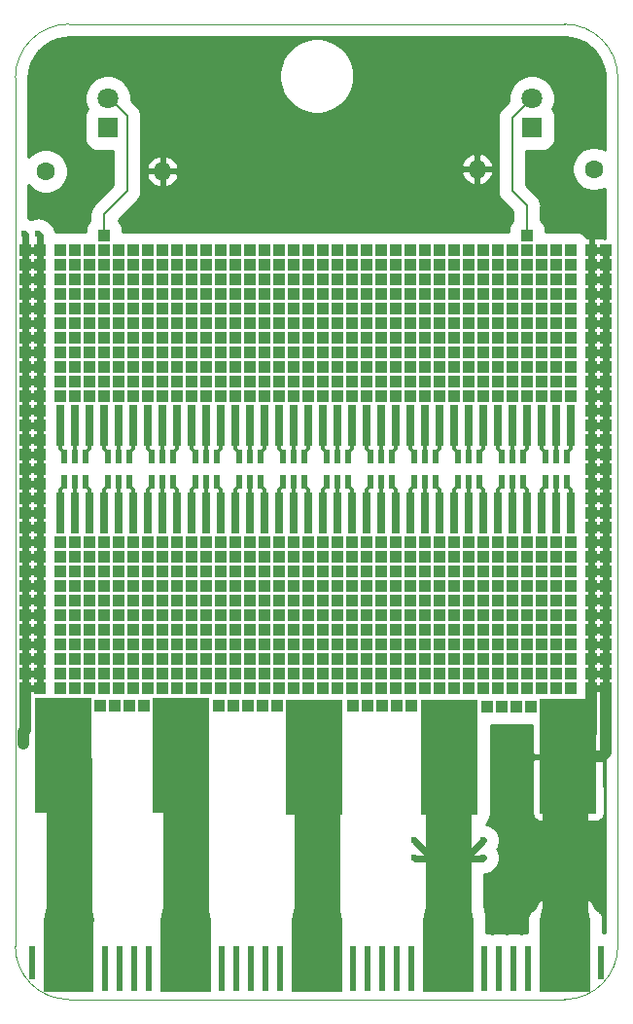
<source format=gbl>
%TF.GenerationSoftware,KiCad,Pcbnew,(5.1.2)-2*%
%TF.CreationDate,2019-08-12T12:17:33+02:00*%
%TF.ProjectId,badge,62616467-652e-46b6-9963-61645f706362,1*%
%TF.SameCoordinates,Original*%
%TF.FileFunction,Copper,L2,Bot*%
%TF.FilePolarity,Positive*%
%FSLAX46Y46*%
G04 Gerber Fmt 4.6, Leading zero omitted, Abs format (unit mm)*
G04 Created by KiCad (PCBNEW (5.1.2)-2) date 2019-08-12 12:17:33*
%MOMM*%
%LPD*%
G04 APERTURE LIST*
%ADD10C,0.038100*%
%ADD11C,0.152400*%
%ADD12O,1.600000X1.600000*%
%ADD13C,1.600000*%
%ADD14R,1.000760X1.000760*%
%ADD15R,5.000000X10.000000*%
%ADD16R,0.685800X3.600000*%
%ADD17R,0.579120X1.198880*%
%ADD18C,1.800000*%
%ADD19R,1.800000X1.800000*%
%ADD20R,0.560000X4.000000*%
%ADD21R,0.560000X3.000000*%
%ADD22C,4.370000*%
%ADD23C,0.600000*%
%ADD24C,0.304800*%
%ADD25C,0.600000*%
%ADD26C,4.000000*%
%ADD27C,1.000000*%
%ADD28C,0.200000*%
%ADD29C,0.254000*%
G04 APERTURE END LIST*
D10*
X45760000Y-54640000D02*
G75*
G02X50400000Y-50000000I4640000J0D01*
G01*
X93570000Y-50000000D02*
G75*
G02X98210000Y-54640000I0J-4640000D01*
G01*
X98220000Y-130190000D02*
G75*
G02X93580000Y-134830000I-4640000J0D01*
G01*
X50390000Y-134830000D02*
G75*
G02X45750000Y-130190000I0J4640000D01*
G01*
X45760000Y-54640000D02*
X45750000Y-130190000D01*
X93570000Y-50000000D02*
X50400000Y-50000000D01*
X98220000Y-130190000D02*
X98210000Y-54640000D01*
X50390000Y-134830000D02*
X93580000Y-134830000D01*
D11*
G36*
X91428760Y-134145860D02*
G01*
X91426220Y-127905080D01*
X95800100Y-127900000D01*
X95800100Y-134145860D01*
X91428760Y-134145860D01*
G37*
G36*
X81258760Y-134145860D02*
G01*
X81256220Y-127905080D01*
X85630100Y-127900000D01*
X85630100Y-134145860D01*
X81258760Y-134145860D01*
G37*
G36*
X69818760Y-134145860D02*
G01*
X69816220Y-127905080D01*
X74190100Y-127900000D01*
X74190100Y-134145860D01*
X69818760Y-134145860D01*
G37*
G36*
X58378660Y-134150000D02*
G01*
X58376120Y-127909220D01*
X62750000Y-127904140D01*
X62750000Y-134150000D01*
X58378660Y-134150000D01*
G37*
G36*
X48208760Y-134145860D02*
G01*
X48206220Y-127905080D01*
X52580100Y-127900000D01*
X52580100Y-134145860D01*
X48208760Y-134145860D01*
G37*
D12*
X85976400Y-62600000D03*
D13*
X96136400Y-62600000D03*
D12*
X58560000Y-62800000D03*
D13*
X48400000Y-62800000D03*
D14*
X97185000Y-107760000D03*
X95915000Y-107760000D03*
X97185000Y-106490000D03*
X95915000Y-106490000D03*
X97185000Y-105220000D03*
X95915000Y-105220000D03*
X97185000Y-103950000D03*
X95915000Y-103950000D03*
X97185000Y-102680000D03*
X95915000Y-102680000D03*
X97185000Y-101410000D03*
X95915000Y-101410000D03*
X97185000Y-100140000D03*
X95915000Y-100140000D03*
X97185000Y-98870000D03*
X95915000Y-98870000D03*
X97185000Y-97600000D03*
X95915000Y-97600000D03*
X97185000Y-96330000D03*
X95915000Y-96330000D03*
X97185000Y-95060000D03*
X95915000Y-95060000D03*
X97185000Y-93790000D03*
X95915000Y-93790000D03*
X97185000Y-92520000D03*
X95915000Y-92520000D03*
X97185000Y-91250000D03*
X95915000Y-91250000D03*
X97185000Y-89980000D03*
X95915000Y-89980000D03*
X97185000Y-88710000D03*
X95915000Y-88710000D03*
X97185000Y-87440000D03*
X95915000Y-87440000D03*
X97185000Y-86170000D03*
X95915000Y-86170000D03*
X97185000Y-84900000D03*
X95915000Y-84900000D03*
X97185000Y-83630000D03*
X95915000Y-83630000D03*
X97185000Y-82360000D03*
X95915000Y-82360000D03*
X97185000Y-81090000D03*
X95915000Y-81090000D03*
X97185000Y-79820000D03*
X95915000Y-79820000D03*
X97185000Y-78550000D03*
X95915000Y-78550000D03*
X97185000Y-77280000D03*
X95915000Y-77280000D03*
X97185000Y-76010000D03*
X95915000Y-76010000D03*
X97185000Y-74740000D03*
X95915000Y-74740000D03*
X97185000Y-73470000D03*
X95915000Y-73470000D03*
X97185000Y-72200000D03*
X95915000Y-72200000D03*
X97185000Y-70930000D03*
X95915000Y-70930000D03*
X97185000Y-69660000D03*
X95915000Y-69660000D03*
D15*
X49900000Y-113642500D03*
D14*
X47865000Y-107760000D03*
X46595000Y-107760000D03*
X47865000Y-106490000D03*
X46595000Y-106490000D03*
X47865000Y-105220000D03*
X46595000Y-105220000D03*
X47865000Y-103950000D03*
X46595000Y-103950000D03*
X47865000Y-102680000D03*
X46595000Y-102680000D03*
X47865000Y-101410000D03*
X46595000Y-101410000D03*
X47865000Y-100140000D03*
X46595000Y-100140000D03*
X47865000Y-98870000D03*
X46595000Y-98870000D03*
X47865000Y-97600000D03*
X46595000Y-97600000D03*
X47865000Y-96330000D03*
X46595000Y-96330000D03*
X47865000Y-95060000D03*
X46595000Y-95060000D03*
X47865000Y-93790000D03*
X46595000Y-93790000D03*
X47865000Y-92520000D03*
X46595000Y-92520000D03*
X47865000Y-91250000D03*
X46595000Y-91250000D03*
X47865000Y-89980000D03*
X46595000Y-89980000D03*
X47865000Y-88710000D03*
X46595000Y-88710000D03*
X47865000Y-87440000D03*
X46595000Y-87440000D03*
X47865000Y-86170000D03*
X46595000Y-86170000D03*
X47865000Y-84900000D03*
X46595000Y-84900000D03*
X47865000Y-83630000D03*
X46595000Y-83630000D03*
X47865000Y-82360000D03*
X46595000Y-82360000D03*
X47865000Y-81090000D03*
X46595000Y-81090000D03*
X47865000Y-79820000D03*
X46595000Y-79820000D03*
X47865000Y-78550000D03*
X46595000Y-78550000D03*
X47865000Y-77280000D03*
X46595000Y-77280000D03*
X47865000Y-76010000D03*
X46595000Y-76010000D03*
X47865000Y-74740000D03*
X46595000Y-74740000D03*
X47865000Y-73470000D03*
X46595000Y-73470000D03*
X47865000Y-72200000D03*
X46595000Y-72200000D03*
X47865000Y-70930000D03*
X46595000Y-70930000D03*
X47865000Y-69660000D03*
X46595000Y-69660000D03*
X53475000Y-68390000D03*
X90305000Y-68390000D03*
X89337820Y-109387760D03*
X90607820Y-109387760D03*
X88067820Y-109387760D03*
X68550000Y-109300000D03*
X66010000Y-109300000D03*
X64740000Y-109300000D03*
X63470000Y-109300000D03*
X67280000Y-109300000D03*
X80215080Y-109263300D03*
X78945080Y-109263300D03*
X77675080Y-109263300D03*
X76405080Y-109263300D03*
X75135080Y-109263300D03*
X86797820Y-109387760D03*
X56920000Y-109300000D03*
X55650000Y-109300000D03*
X54380000Y-109300000D03*
X53110000Y-109300000D03*
D15*
X93900000Y-113700000D03*
X83500000Y-113742500D03*
X71800000Y-113742500D03*
X60200000Y-113642500D03*
D16*
X57285000Y-92520000D03*
X58555000Y-92520000D03*
X59825000Y-92520000D03*
X59825000Y-84900000D03*
X58555000Y-84900000D03*
X57285000Y-84900000D03*
D14*
X59825000Y-73470000D03*
X61095000Y-76010000D03*
X59825000Y-76010000D03*
X61095000Y-74740000D03*
X59825000Y-74740000D03*
X61095000Y-73470000D03*
X59825000Y-72200000D03*
X61095000Y-72200000D03*
X58555000Y-72200000D03*
X58555000Y-82360000D03*
X58555000Y-73470000D03*
X58555000Y-74740000D03*
X61095000Y-82360000D03*
X61095000Y-79820000D03*
X61095000Y-81090000D03*
X59825000Y-82360000D03*
X57285000Y-78550000D03*
X58555000Y-79820000D03*
X58555000Y-81090000D03*
X58555000Y-77280000D03*
X57285000Y-77280000D03*
X57285000Y-76010000D03*
X56015000Y-76010000D03*
X57285000Y-82360000D03*
X58555000Y-78550000D03*
X58555000Y-76010000D03*
X56015000Y-78550000D03*
X56015000Y-79820000D03*
X56015000Y-81090000D03*
X56015000Y-82360000D03*
X59825000Y-79820000D03*
X57285000Y-79820000D03*
X59825000Y-78550000D03*
X59825000Y-81090000D03*
X54745000Y-74740000D03*
X62365000Y-78550000D03*
X57285000Y-74740000D03*
X50935000Y-77280000D03*
X56015000Y-73470000D03*
X57285000Y-72200000D03*
X56015000Y-72200000D03*
X54745000Y-79820000D03*
X52205000Y-73470000D03*
X54745000Y-81090000D03*
X53475000Y-76010000D03*
X50935000Y-74740000D03*
X53475000Y-77280000D03*
X52205000Y-78550000D03*
X54745000Y-73470000D03*
X54745000Y-77280000D03*
X54745000Y-82360000D03*
X53475000Y-72200000D03*
X53475000Y-73470000D03*
X54745000Y-72200000D03*
X54745000Y-76010000D03*
X59825000Y-77280000D03*
X57285000Y-81090000D03*
X56015000Y-77280000D03*
X56015000Y-74740000D03*
X50935000Y-73470000D03*
X54745000Y-78550000D03*
X53475000Y-74740000D03*
X53475000Y-78550000D03*
X52205000Y-79820000D03*
X52205000Y-72200000D03*
X50935000Y-76010000D03*
X52205000Y-77280000D03*
X52205000Y-76010000D03*
X57285000Y-73470000D03*
X61095000Y-77280000D03*
X53475000Y-79820000D03*
X50935000Y-72200000D03*
X52205000Y-74740000D03*
X50935000Y-79820000D03*
X49665000Y-76010000D03*
X49665000Y-79820000D03*
X53475000Y-82360000D03*
X52205000Y-81090000D03*
X52205000Y-82360000D03*
X50935000Y-82360000D03*
X50935000Y-78550000D03*
X49665000Y-72200000D03*
X50935000Y-81090000D03*
X49665000Y-73470000D03*
X49665000Y-78550000D03*
X49665000Y-74740000D03*
X49665000Y-81090000D03*
X53475000Y-81090000D03*
X49665000Y-77280000D03*
X94115000Y-100140000D03*
X91575000Y-97600000D03*
X94115000Y-97600000D03*
X94115000Y-96330000D03*
X92845000Y-98870000D03*
X92845000Y-96330000D03*
X94115000Y-98870000D03*
X92845000Y-97600000D03*
X91575000Y-96330000D03*
X89035000Y-96330000D03*
X89035000Y-101410000D03*
X92845000Y-100140000D03*
X94115000Y-101410000D03*
X90305000Y-96330000D03*
X87765000Y-98870000D03*
X87765000Y-100140000D03*
X91575000Y-98870000D03*
X91575000Y-100140000D03*
X92845000Y-101410000D03*
X91575000Y-101410000D03*
X90305000Y-100140000D03*
X90305000Y-101410000D03*
X90305000Y-98870000D03*
X89035000Y-97600000D03*
X90305000Y-97600000D03*
X89035000Y-98870000D03*
X87765000Y-101410000D03*
X89035000Y-100140000D03*
X87765000Y-96330000D03*
X86495000Y-101410000D03*
X90305000Y-95060000D03*
X87765000Y-102680000D03*
X87765000Y-95060000D03*
X86495000Y-98870000D03*
X85225000Y-100140000D03*
X86495000Y-95060000D03*
X92845000Y-95060000D03*
X86495000Y-102680000D03*
X89035000Y-102680000D03*
X86495000Y-96330000D03*
X89035000Y-95060000D03*
X91575000Y-95060000D03*
X87765000Y-97600000D03*
X86495000Y-97600000D03*
X94115000Y-95060000D03*
X91575000Y-103950000D03*
X89035000Y-103950000D03*
X86495000Y-103950000D03*
X94115000Y-105220000D03*
X94115000Y-102680000D03*
X87765000Y-105220000D03*
X91575000Y-105220000D03*
X86495000Y-105220000D03*
X90305000Y-105220000D03*
X94115000Y-103950000D03*
X92845000Y-102680000D03*
X90305000Y-103950000D03*
X90305000Y-102680000D03*
X91575000Y-102680000D03*
X87765000Y-103950000D03*
X89035000Y-105220000D03*
X92845000Y-103950000D03*
X92845000Y-105220000D03*
X85225000Y-103950000D03*
X85225000Y-105220000D03*
X85225000Y-102680000D03*
X85225000Y-97600000D03*
X85225000Y-96330000D03*
X85225000Y-101410000D03*
X85225000Y-98870000D03*
X86495000Y-100140000D03*
X85225000Y-95060000D03*
X83955000Y-97600000D03*
X83955000Y-96330000D03*
X83955000Y-100140000D03*
X83955000Y-98870000D03*
X83955000Y-101410000D03*
X83955000Y-102680000D03*
X83955000Y-105220000D03*
X82685000Y-102680000D03*
X82685000Y-100140000D03*
X81415000Y-98870000D03*
X78875000Y-96330000D03*
X81415000Y-101410000D03*
X80145000Y-103950000D03*
X80145000Y-98870000D03*
X81415000Y-102680000D03*
X80145000Y-101410000D03*
X80145000Y-105220000D03*
X82685000Y-103950000D03*
X81415000Y-97600000D03*
X80145000Y-102680000D03*
X78875000Y-100140000D03*
X82685000Y-101410000D03*
X80145000Y-100140000D03*
X82685000Y-98870000D03*
X81415000Y-100140000D03*
X80145000Y-97600000D03*
X82685000Y-97600000D03*
X82685000Y-96330000D03*
X78875000Y-98870000D03*
X80145000Y-96330000D03*
X78875000Y-101410000D03*
X83955000Y-103950000D03*
X82685000Y-105220000D03*
X81415000Y-96330000D03*
X81415000Y-105220000D03*
X78875000Y-97600000D03*
X81415000Y-103950000D03*
X83955000Y-95060000D03*
X77605000Y-100140000D03*
X77605000Y-105220000D03*
X78875000Y-102680000D03*
X78875000Y-103950000D03*
X78875000Y-105220000D03*
X77605000Y-97600000D03*
X77605000Y-98870000D03*
X77605000Y-101410000D03*
X77605000Y-102680000D03*
X77605000Y-103950000D03*
X77605000Y-95060000D03*
X77605000Y-96330000D03*
X82685000Y-95060000D03*
X81415000Y-95060000D03*
X80145000Y-95060000D03*
X78875000Y-95060000D03*
X76335000Y-98870000D03*
X76335000Y-101410000D03*
X76335000Y-105220000D03*
X76335000Y-102680000D03*
X75065000Y-102680000D03*
X75065000Y-100140000D03*
X73795000Y-101410000D03*
X69985000Y-101410000D03*
X68715000Y-101410000D03*
X75065000Y-101410000D03*
X76335000Y-103950000D03*
X75065000Y-97600000D03*
X73795000Y-100140000D03*
X72525000Y-101410000D03*
X73795000Y-98870000D03*
X73795000Y-103950000D03*
X72525000Y-97600000D03*
X69985000Y-100140000D03*
X69985000Y-98870000D03*
X73795000Y-102680000D03*
X71255000Y-100140000D03*
X76335000Y-100140000D03*
X72525000Y-100140000D03*
X76335000Y-97600000D03*
X71255000Y-101410000D03*
X71255000Y-98870000D03*
X75065000Y-103950000D03*
X76335000Y-95060000D03*
X75065000Y-98870000D03*
X76335000Y-96330000D03*
X73795000Y-97600000D03*
X72525000Y-98870000D03*
X72525000Y-106490000D03*
X89035000Y-106490000D03*
X82685000Y-106490000D03*
X68715000Y-106490000D03*
X61095000Y-106490000D03*
X56015000Y-106490000D03*
X71255000Y-106490000D03*
X81415000Y-106490000D03*
X75065000Y-106490000D03*
X73795000Y-106490000D03*
X69985000Y-106490000D03*
X67445000Y-106490000D03*
X59825000Y-106490000D03*
X78875000Y-106490000D03*
X64905000Y-106490000D03*
X58555000Y-106490000D03*
X66175000Y-106490000D03*
X57285000Y-106490000D03*
X49665000Y-82360000D03*
X50935000Y-106490000D03*
X49665000Y-70930000D03*
X50935000Y-70930000D03*
X52205000Y-106490000D03*
X54745000Y-106490000D03*
X53475000Y-106490000D03*
X49665000Y-106490000D03*
X86495000Y-82360000D03*
X86495000Y-76010000D03*
X87765000Y-76010000D03*
X86495000Y-77280000D03*
X86495000Y-81090000D03*
X94115000Y-78550000D03*
X86495000Y-78550000D03*
X90305000Y-76010000D03*
X87765000Y-78550000D03*
X87765000Y-82360000D03*
X86495000Y-79820000D03*
X87765000Y-79820000D03*
X91575000Y-72200000D03*
X87765000Y-81090000D03*
X89035000Y-74740000D03*
X90305000Y-74740000D03*
X92845000Y-72200000D03*
X91575000Y-73470000D03*
X91575000Y-74740000D03*
X92845000Y-73470000D03*
X92845000Y-74740000D03*
X89035000Y-76010000D03*
X89035000Y-77280000D03*
X90305000Y-78550000D03*
X91575000Y-78550000D03*
X91575000Y-76010000D03*
X92845000Y-76010000D03*
X92845000Y-78550000D03*
X91575000Y-82360000D03*
X94115000Y-79820000D03*
X89035000Y-81090000D03*
X90305000Y-81090000D03*
X92845000Y-81090000D03*
X94115000Y-81090000D03*
X94115000Y-82360000D03*
X73795000Y-72200000D03*
X72525000Y-82360000D03*
X71255000Y-82360000D03*
X71255000Y-81090000D03*
X71255000Y-78550000D03*
X73795000Y-74740000D03*
X76335000Y-72200000D03*
X71255000Y-79820000D03*
X94115000Y-77280000D03*
X90305000Y-82360000D03*
X92845000Y-82360000D03*
X87765000Y-77280000D03*
X75065000Y-72200000D03*
X72525000Y-79820000D03*
X89035000Y-79820000D03*
X94115000Y-74740000D03*
X94115000Y-76010000D03*
X72525000Y-78550000D03*
X91575000Y-77280000D03*
X90305000Y-79820000D03*
X72525000Y-81090000D03*
X94115000Y-73470000D03*
X90305000Y-77280000D03*
X89035000Y-78550000D03*
X91575000Y-79820000D03*
X89035000Y-82360000D03*
X91575000Y-81090000D03*
X73795000Y-76010000D03*
X73795000Y-73470000D03*
X75065000Y-73470000D03*
X94115000Y-72200000D03*
X72525000Y-72200000D03*
X72525000Y-76010000D03*
X71255000Y-74740000D03*
X71255000Y-73470000D03*
X72525000Y-77280000D03*
X69985000Y-76010000D03*
X71255000Y-77280000D03*
X72525000Y-74740000D03*
X72525000Y-73470000D03*
X67445000Y-73470000D03*
X67445000Y-74740000D03*
X68715000Y-74740000D03*
X61095000Y-78550000D03*
X68715000Y-78550000D03*
X68715000Y-72200000D03*
X68715000Y-79820000D03*
X66175000Y-82360000D03*
X69985000Y-82360000D03*
X71255000Y-76010000D03*
X68715000Y-73470000D03*
X67445000Y-81090000D03*
X66175000Y-79820000D03*
X68715000Y-82360000D03*
X67445000Y-78550000D03*
X69985000Y-81090000D03*
X67445000Y-77280000D03*
X68715000Y-76010000D03*
X67445000Y-76010000D03*
X67445000Y-79820000D03*
X69985000Y-72200000D03*
X67445000Y-82360000D03*
X69985000Y-77280000D03*
X69985000Y-73470000D03*
X68715000Y-77280000D03*
X67445000Y-72200000D03*
X64905000Y-73470000D03*
X63635000Y-79820000D03*
X68715000Y-81090000D03*
X64905000Y-81090000D03*
X63635000Y-72200000D03*
X71255000Y-72200000D03*
X69985000Y-74740000D03*
X69985000Y-79820000D03*
X66175000Y-81090000D03*
X69985000Y-78550000D03*
X63635000Y-73470000D03*
X62365000Y-72200000D03*
X63635000Y-78550000D03*
X63635000Y-82360000D03*
X66175000Y-77280000D03*
X66175000Y-76010000D03*
X63635000Y-74740000D03*
X66175000Y-74740000D03*
X64905000Y-76010000D03*
X62365000Y-82360000D03*
X63635000Y-77280000D03*
X62365000Y-81090000D03*
X64905000Y-77280000D03*
X63635000Y-81090000D03*
X62365000Y-73470000D03*
X62365000Y-79820000D03*
X66175000Y-73470000D03*
X66175000Y-72200000D03*
X64905000Y-72200000D03*
X64905000Y-82360000D03*
X62365000Y-76010000D03*
X64905000Y-74740000D03*
X64905000Y-78550000D03*
X64905000Y-79820000D03*
X62365000Y-74740000D03*
X66175000Y-78550000D03*
X62365000Y-77280000D03*
X63635000Y-76010000D03*
X58555000Y-102680000D03*
X57285000Y-102680000D03*
X56015000Y-102680000D03*
X52205000Y-102680000D03*
X53475000Y-102680000D03*
X54745000Y-102680000D03*
X49665000Y-96330000D03*
X49665000Y-98870000D03*
X49665000Y-97600000D03*
X53475000Y-103950000D03*
X49665000Y-95060000D03*
X50935000Y-102680000D03*
X52205000Y-103950000D03*
X49665000Y-100140000D03*
X49665000Y-101410000D03*
X50935000Y-103950000D03*
X49665000Y-102680000D03*
X49665000Y-103950000D03*
X54745000Y-103950000D03*
X57285000Y-103950000D03*
X59825000Y-103950000D03*
X61095000Y-103950000D03*
X64905000Y-105220000D03*
X71255000Y-105220000D03*
X69985000Y-105220000D03*
X68715000Y-105220000D03*
X67445000Y-105220000D03*
X66175000Y-105220000D03*
X62365000Y-105220000D03*
X61095000Y-105220000D03*
X56015000Y-105220000D03*
X54745000Y-105220000D03*
X82685000Y-73470000D03*
X77605000Y-74740000D03*
X83955000Y-73470000D03*
X80145000Y-72200000D03*
X85225000Y-72200000D03*
X77605000Y-72200000D03*
X81415000Y-72200000D03*
X80145000Y-74740000D03*
X81415000Y-73470000D03*
X78875000Y-73470000D03*
X63635000Y-105220000D03*
X58555000Y-105220000D03*
X92845000Y-77280000D03*
X57285000Y-105220000D03*
X52205000Y-105220000D03*
X53475000Y-105220000D03*
X77605000Y-73470000D03*
X83955000Y-74740000D03*
X78875000Y-72200000D03*
X56015000Y-103950000D03*
X58555000Y-103950000D03*
X82685000Y-72200000D03*
X78875000Y-74740000D03*
X50935000Y-105220000D03*
X49665000Y-105220000D03*
X85225000Y-74740000D03*
X81415000Y-74740000D03*
X82685000Y-74740000D03*
X85225000Y-73470000D03*
X59825000Y-105220000D03*
X80145000Y-73470000D03*
X83955000Y-72200000D03*
X85225000Y-76010000D03*
X83955000Y-76010000D03*
X81415000Y-76010000D03*
X80145000Y-76010000D03*
X82685000Y-76010000D03*
X78875000Y-76010000D03*
X77605000Y-76010000D03*
X78875000Y-77280000D03*
X80145000Y-77280000D03*
X77605000Y-77280000D03*
X82685000Y-78550000D03*
X92845000Y-79820000D03*
X81415000Y-77280000D03*
X83955000Y-77280000D03*
X82685000Y-77280000D03*
X83955000Y-78550000D03*
X85225000Y-77280000D03*
X85225000Y-78550000D03*
X80145000Y-78550000D03*
X78875000Y-78550000D03*
X81415000Y-78550000D03*
X82685000Y-79820000D03*
X83955000Y-79820000D03*
X81415000Y-79820000D03*
X73795000Y-77280000D03*
X77605000Y-78550000D03*
X78875000Y-79820000D03*
X76335000Y-73470000D03*
X76335000Y-74740000D03*
X76335000Y-76010000D03*
X75065000Y-77280000D03*
X76335000Y-77280000D03*
X76335000Y-78550000D03*
X77605000Y-81090000D03*
X76335000Y-81090000D03*
X81415000Y-81090000D03*
X78875000Y-81090000D03*
X87765000Y-73470000D03*
X75065000Y-74740000D03*
X75065000Y-76010000D03*
X83955000Y-82360000D03*
X77605000Y-79820000D03*
X82685000Y-81090000D03*
X75065000Y-78550000D03*
X75065000Y-79820000D03*
X73795000Y-78550000D03*
X73795000Y-79820000D03*
X73795000Y-82360000D03*
X75065000Y-82360000D03*
X83955000Y-81090000D03*
X78875000Y-82360000D03*
X87765000Y-74740000D03*
X80145000Y-82360000D03*
X85225000Y-82360000D03*
X89035000Y-73470000D03*
X86495000Y-74740000D03*
X90305000Y-72200000D03*
X85225000Y-79820000D03*
X76335000Y-79820000D03*
X80145000Y-79820000D03*
X85225000Y-81090000D03*
X73795000Y-81090000D03*
X76335000Y-82360000D03*
X81415000Y-82360000D03*
X90305000Y-73470000D03*
X86495000Y-72200000D03*
X89035000Y-72200000D03*
X77605000Y-82360000D03*
X80145000Y-81090000D03*
X86495000Y-73470000D03*
X75065000Y-81090000D03*
X87765000Y-72200000D03*
X82685000Y-82360000D03*
X61095000Y-97600000D03*
X58555000Y-101410000D03*
X62365000Y-102680000D03*
X64905000Y-103950000D03*
X64905000Y-101410000D03*
X58555000Y-95060000D03*
X66175000Y-102680000D03*
X62365000Y-103950000D03*
X61095000Y-102680000D03*
X67445000Y-96330000D03*
X64905000Y-97600000D03*
X66175000Y-103950000D03*
X68715000Y-97600000D03*
X68715000Y-100140000D03*
X61095000Y-101410000D03*
X73795000Y-105220000D03*
X62365000Y-100140000D03*
X68715000Y-103950000D03*
X63635000Y-103950000D03*
X69985000Y-103950000D03*
X67445000Y-103950000D03*
X71255000Y-103950000D03*
X72525000Y-103950000D03*
X72525000Y-105220000D03*
X75065000Y-105220000D03*
X59825000Y-102680000D03*
X57285000Y-96330000D03*
X57285000Y-98870000D03*
X57285000Y-100140000D03*
X57285000Y-101410000D03*
X56015000Y-98870000D03*
X57285000Y-95060000D03*
X54745000Y-96330000D03*
X54745000Y-95060000D03*
X53475000Y-95060000D03*
X50935000Y-96330000D03*
X52205000Y-100140000D03*
X53475000Y-98870000D03*
X56015000Y-100140000D03*
X52205000Y-101410000D03*
X54745000Y-100140000D03*
X52205000Y-98870000D03*
X50935000Y-95060000D03*
X56015000Y-101410000D03*
X53475000Y-101410000D03*
X54745000Y-101410000D03*
X53475000Y-97600000D03*
X50935000Y-98870000D03*
X50935000Y-97600000D03*
X50935000Y-101410000D03*
X52205000Y-96330000D03*
X50935000Y-100140000D03*
X56015000Y-95060000D03*
X57285000Y-97600000D03*
X54745000Y-98870000D03*
X53475000Y-100140000D03*
X53475000Y-96330000D03*
X52205000Y-95060000D03*
X56015000Y-97600000D03*
X56015000Y-96330000D03*
X54745000Y-97600000D03*
X52205000Y-97600000D03*
X59825000Y-101410000D03*
X71255000Y-102680000D03*
X72525000Y-102680000D03*
X69985000Y-102680000D03*
X68715000Y-102680000D03*
X68715000Y-98870000D03*
X67445000Y-98870000D03*
X67445000Y-100140000D03*
X64905000Y-100140000D03*
X67445000Y-102680000D03*
X67445000Y-101410000D03*
X66175000Y-101410000D03*
X66175000Y-100140000D03*
X63635000Y-101410000D03*
X63635000Y-100140000D03*
X59825000Y-100140000D03*
X62365000Y-101410000D03*
X61095000Y-100140000D03*
X66175000Y-98870000D03*
X63635000Y-98870000D03*
X61095000Y-98870000D03*
X66175000Y-97600000D03*
X59825000Y-96330000D03*
X61095000Y-96330000D03*
X73795000Y-96330000D03*
X61095000Y-95060000D03*
X62365000Y-95060000D03*
X63635000Y-97600000D03*
X62365000Y-97600000D03*
X63635000Y-95060000D03*
X62365000Y-96330000D03*
X69985000Y-96330000D03*
X72525000Y-96330000D03*
X64905000Y-96330000D03*
X69985000Y-97600000D03*
X64905000Y-95060000D03*
X67445000Y-97600000D03*
X66175000Y-95060000D03*
X68715000Y-95060000D03*
X64905000Y-102680000D03*
X72525000Y-95060000D03*
X59825000Y-95060000D03*
X58555000Y-98870000D03*
X68715000Y-96330000D03*
X59825000Y-98870000D03*
X69985000Y-95060000D03*
X67445000Y-95060000D03*
X58555000Y-97600000D03*
X71255000Y-96330000D03*
X75065000Y-96330000D03*
X63635000Y-96330000D03*
X66175000Y-96330000D03*
X73795000Y-95060000D03*
X58555000Y-100140000D03*
X64905000Y-98870000D03*
X62365000Y-98870000D03*
X63635000Y-102680000D03*
X59825000Y-97600000D03*
X71255000Y-95060000D03*
X71255000Y-97600000D03*
X58555000Y-96330000D03*
X75065000Y-95060000D03*
X62365000Y-107760000D03*
X59825000Y-107760000D03*
X61095000Y-107760000D03*
X53475000Y-69660000D03*
X53475000Y-107760000D03*
X49665000Y-107760000D03*
X50935000Y-107760000D03*
X57285000Y-107760000D03*
X63635000Y-107760000D03*
X64905000Y-107760000D03*
X56015000Y-107760000D03*
X58555000Y-107760000D03*
X64905000Y-69660000D03*
X52205000Y-107760000D03*
X63635000Y-69660000D03*
X62365000Y-69660000D03*
X61095000Y-69660000D03*
X54745000Y-107760000D03*
X77605000Y-107760000D03*
X80145000Y-107760000D03*
X71255000Y-107760000D03*
X72525000Y-107760000D03*
X76335000Y-107760000D03*
X85225000Y-107760000D03*
X78875000Y-107760000D03*
X66175000Y-107760000D03*
X69985000Y-107760000D03*
X67445000Y-107760000D03*
X68715000Y-107760000D03*
X83955000Y-107760000D03*
X81415000Y-107760000D03*
X82685000Y-107760000D03*
X86495000Y-107760000D03*
X73795000Y-107760000D03*
X63635000Y-106490000D03*
X75065000Y-107760000D03*
X91575000Y-106490000D03*
X90305000Y-106490000D03*
X80145000Y-106490000D03*
X86495000Y-106490000D03*
X92845000Y-107760000D03*
X94115000Y-107760000D03*
X87765000Y-106490000D03*
X83955000Y-106490000D03*
X62365000Y-106490000D03*
X85225000Y-106490000D03*
X77605000Y-106490000D03*
X94115000Y-106490000D03*
X92845000Y-106490000D03*
X87765000Y-107760000D03*
X89035000Y-107760000D03*
X90305000Y-107760000D03*
X91575000Y-107760000D03*
X76335000Y-106490000D03*
D16*
X72525000Y-92520000D03*
X73795000Y-92520000D03*
X75065000Y-92520000D03*
X75065000Y-84900000D03*
X73795000Y-84900000D03*
X72525000Y-84900000D03*
D14*
X52205000Y-70930000D03*
D16*
X53475000Y-92520000D03*
X54745000Y-92520000D03*
X56015000Y-92520000D03*
X56015000Y-84900000D03*
X54745000Y-84900000D03*
X53475000Y-84900000D03*
X91575000Y-92520000D03*
X92845000Y-92520000D03*
X94115000Y-92520000D03*
X94115000Y-84900000D03*
X92845000Y-84900000D03*
X91575000Y-84900000D03*
D14*
X81415000Y-70930000D03*
X77605000Y-70930000D03*
D16*
X83955000Y-92520000D03*
X85225000Y-92520000D03*
X86495000Y-92520000D03*
X86495000Y-84900000D03*
X85225000Y-84900000D03*
X83955000Y-84900000D03*
D14*
X78875000Y-70930000D03*
X85225000Y-70930000D03*
X71255000Y-70930000D03*
D16*
X76335000Y-92520000D03*
X77605000Y-92520000D03*
X78875000Y-92520000D03*
X78875000Y-84900000D03*
X77605000Y-84900000D03*
X76335000Y-84900000D03*
X87765000Y-92520000D03*
X89035000Y-92520000D03*
X90305000Y-92520000D03*
X90305000Y-84900000D03*
X89035000Y-84900000D03*
X87765000Y-84900000D03*
D14*
X76335000Y-70930000D03*
D16*
X49665000Y-92520000D03*
X50935000Y-92520000D03*
X52205000Y-92520000D03*
X52205000Y-84900000D03*
X50935000Y-84900000D03*
X49665000Y-84900000D03*
D14*
X80145000Y-70930000D03*
D16*
X68715000Y-92520000D03*
X69985000Y-92520000D03*
X71255000Y-92520000D03*
X71255000Y-84900000D03*
X69985000Y-84900000D03*
X68715000Y-84900000D03*
X64905000Y-92520000D03*
X66175000Y-92520000D03*
X67445000Y-92520000D03*
X67445000Y-84900000D03*
X66175000Y-84900000D03*
X64905000Y-84900000D03*
D14*
X53475000Y-70930000D03*
D16*
X61095000Y-92520000D03*
X62365000Y-92520000D03*
X63635000Y-92520000D03*
X63635000Y-84900000D03*
X62365000Y-84900000D03*
X61095000Y-84900000D03*
D14*
X63635000Y-70930000D03*
D16*
X80145000Y-92520000D03*
X81415000Y-92520000D03*
X82685000Y-92520000D03*
X82685000Y-84900000D03*
X81415000Y-84900000D03*
X80145000Y-84900000D03*
D14*
X75065000Y-70930000D03*
X52205000Y-69660000D03*
X94115000Y-70930000D03*
X59825000Y-69660000D03*
X54745000Y-70930000D03*
X57285000Y-70930000D03*
X92845000Y-70930000D03*
X83955000Y-70930000D03*
X58555000Y-70930000D03*
X61095000Y-70930000D03*
X72525000Y-69660000D03*
X56015000Y-70930000D03*
X68715000Y-69660000D03*
X71255000Y-69660000D03*
X62365000Y-70930000D03*
X56015000Y-69660000D03*
X64905000Y-70930000D03*
X89035000Y-70930000D03*
X86495000Y-70930000D03*
X58555000Y-69660000D03*
X73795000Y-69660000D03*
X66175000Y-70930000D03*
X87765000Y-70930000D03*
X67445000Y-70930000D03*
X73795000Y-70930000D03*
X68715000Y-70930000D03*
X90305000Y-70930000D03*
X82685000Y-70930000D03*
X50935000Y-69660000D03*
X57285000Y-69660000D03*
X72525000Y-70930000D03*
X67445000Y-69660000D03*
X69985000Y-70930000D03*
X54745000Y-69660000D03*
X91575000Y-70930000D03*
X59825000Y-70930000D03*
X69985000Y-69660000D03*
X76335000Y-69660000D03*
X77605000Y-69660000D03*
X78875000Y-69660000D03*
X86495000Y-69660000D03*
X83955000Y-69660000D03*
X89035000Y-69660000D03*
X75065000Y-69660000D03*
X80145000Y-69660000D03*
X91575000Y-69660000D03*
X87765000Y-69660000D03*
X81415000Y-69660000D03*
X49665000Y-69660000D03*
X85225000Y-69660000D03*
X90305000Y-69660000D03*
X94115000Y-69660000D03*
X92845000Y-69660000D03*
X82685000Y-69660000D03*
X66175000Y-69660000D03*
D17*
X53795040Y-89809820D03*
X54745000Y-89809820D03*
X55694960Y-89809820D03*
X55694960Y-87610180D03*
X54745000Y-87610180D03*
X53795040Y-87610180D03*
X57605040Y-89809820D03*
X58555000Y-89809820D03*
X59504960Y-89809820D03*
X59504960Y-87610180D03*
X58555000Y-87610180D03*
X57605040Y-87610180D03*
X61415040Y-89809820D03*
X62365000Y-89809820D03*
X63314960Y-89809820D03*
X63314960Y-87610180D03*
X62365000Y-87610180D03*
X61415040Y-87610180D03*
X84275040Y-89809820D03*
X85225000Y-89809820D03*
X86174960Y-89809820D03*
X86174960Y-87610180D03*
X85225000Y-87610180D03*
X84275040Y-87610180D03*
X76655040Y-89809820D03*
X77605000Y-89809820D03*
X78554960Y-89809820D03*
X78554960Y-87610180D03*
X77605000Y-87610180D03*
X76655040Y-87610180D03*
X65225040Y-89809820D03*
X66175000Y-89809820D03*
X67124960Y-89809820D03*
X67124960Y-87610180D03*
X66175000Y-87610180D03*
X65225040Y-87610180D03*
X69035040Y-89809820D03*
X69985000Y-89809820D03*
X70934960Y-89809820D03*
X70934960Y-87610180D03*
X69985000Y-87610180D03*
X69035040Y-87610180D03*
X80465040Y-89809820D03*
X81415000Y-89809820D03*
X82364960Y-89809820D03*
X82364960Y-87610180D03*
X81415000Y-87610180D03*
X80465040Y-87610180D03*
X88085040Y-89809820D03*
X89035000Y-89809820D03*
X89984960Y-89809820D03*
X89984960Y-87610180D03*
X89035000Y-87610180D03*
X88085040Y-87610180D03*
X72845040Y-89809820D03*
X73795000Y-89809820D03*
X74744960Y-89809820D03*
X74744960Y-87610180D03*
X73795000Y-87610180D03*
X72845040Y-87610180D03*
X49985040Y-89809820D03*
X50935000Y-89809820D03*
X51884960Y-89809820D03*
X51884960Y-87610180D03*
X50935000Y-87610180D03*
X49985040Y-87610180D03*
X91895040Y-89809820D03*
X92845000Y-89809820D03*
X93794960Y-89809820D03*
X93794960Y-87610180D03*
X92845000Y-87610180D03*
X91895040Y-87610180D03*
D18*
X53800000Y-56460000D03*
D19*
X53800000Y-59000000D03*
D18*
X90736400Y-56460000D03*
D19*
X90736400Y-59000000D03*
D20*
X78986080Y-132163640D03*
X65016080Y-132163640D03*
X57396080Y-132163640D03*
X68826080Y-132163640D03*
D21*
X47236080Y-131650000D03*
D20*
X76446080Y-132163640D03*
X77716080Y-132163640D03*
X75176080Y-132163640D03*
X87876080Y-132163640D03*
X66286080Y-132163640D03*
X86606080Y-132163640D03*
X53586080Y-132163640D03*
X67556080Y-132163640D03*
X80256080Y-132163640D03*
D21*
X96766080Y-131650000D03*
D20*
X89146080Y-132163640D03*
X63746080Y-132163640D03*
X54856080Y-132163640D03*
X90416080Y-132163640D03*
X56126080Y-132163640D03*
D22*
X93623320Y-127889840D03*
X83453320Y-127889840D03*
X72013320Y-127889840D03*
X60573320Y-127889840D03*
X50403320Y-127889840D03*
D23*
X46460000Y-111540000D03*
X46480000Y-112600000D03*
X86500000Y-122500000D03*
X86500000Y-121000000D03*
X80500000Y-122500000D03*
X80500000Y-121000000D03*
X46500000Y-68250000D03*
X47750000Y-68250000D03*
D24*
X51884960Y-89809820D02*
X51884960Y-90167960D01*
X51884960Y-90167960D02*
X52205000Y-90488000D01*
X52205000Y-90488000D02*
X52205000Y-92520000D01*
X49665000Y-90488000D02*
X49665000Y-92520000D01*
X49985040Y-90167960D02*
X49665000Y-90488000D01*
X49985040Y-89809820D02*
X49985040Y-90167960D01*
X50935000Y-87610180D02*
X50935000Y-84900000D01*
X55694960Y-87610180D02*
X55694960Y-87252040D01*
X56015000Y-86932000D02*
X56015000Y-84900000D01*
X55694960Y-87252040D02*
X56015000Y-86932000D01*
X54745000Y-89809820D02*
X54745000Y-92520000D01*
X54745000Y-87610180D02*
X54745000Y-84900000D01*
X55694960Y-90167960D02*
X56015000Y-90488000D01*
X55694960Y-89809820D02*
X55694960Y-90167960D01*
X56015000Y-90488000D02*
X56015000Y-92520000D01*
X53475000Y-90488000D02*
X53475000Y-92520000D01*
X53795040Y-89809820D02*
X53795040Y-90167960D01*
X53795040Y-90167960D02*
X53475000Y-90488000D01*
X49665000Y-86932000D02*
X49665000Y-84900000D01*
X49985040Y-87252040D02*
X49665000Y-86932000D01*
X49985040Y-87610180D02*
X49985040Y-87252040D01*
X51884960Y-87610180D02*
X51884960Y-87252040D01*
X52205000Y-86932000D02*
X52205000Y-84900000D01*
X51884960Y-87252040D02*
X52205000Y-86932000D01*
X50935000Y-89809820D02*
X50935000Y-92520000D01*
X73795000Y-87610180D02*
X73795000Y-84900000D01*
X74744960Y-90167960D02*
X75065000Y-90488000D01*
X74744960Y-89809820D02*
X74744960Y-90167960D01*
X75065000Y-90488000D02*
X75065000Y-92520000D01*
X72525000Y-90488000D02*
X72525000Y-92520000D01*
X72845040Y-90167960D02*
X72525000Y-90488000D01*
X72845040Y-89809820D02*
X72845040Y-90167960D01*
X69035040Y-87252040D02*
X68715000Y-86932000D01*
X68715000Y-86932000D02*
X68715000Y-84900000D01*
X69035040Y-87610180D02*
X69035040Y-87252040D01*
X70934960Y-87610180D02*
X70934960Y-87252040D01*
X70934960Y-87252040D02*
X71255000Y-86932000D01*
X71255000Y-86932000D02*
X71255000Y-84900000D01*
X71255000Y-90488000D02*
X71255000Y-92520000D01*
X70934960Y-90167960D02*
X71255000Y-90488000D01*
X70934960Y-89809820D02*
X70934960Y-90167960D01*
X69985000Y-89809820D02*
X69985000Y-92520000D01*
X69035040Y-90167960D02*
X68715000Y-90488000D01*
X69035040Y-89809820D02*
X69035040Y-90167960D01*
X68715000Y-90488000D02*
X68715000Y-92520000D01*
X76335000Y-86932000D02*
X76335000Y-84900000D01*
X76655040Y-87610180D02*
X76655040Y-87252040D01*
X76655040Y-87252040D02*
X76335000Y-86932000D01*
X78554960Y-87252040D02*
X78875000Y-86932000D01*
X78875000Y-86932000D02*
X78875000Y-84900000D01*
X78554960Y-87610180D02*
X78554960Y-87252040D01*
X77605000Y-89809820D02*
X77605000Y-92520000D01*
X77605000Y-87610180D02*
X77605000Y-84900000D01*
X78875000Y-90488000D02*
X78875000Y-92520000D01*
X78554960Y-89809820D02*
X78554960Y-90167960D01*
X78554960Y-90167960D02*
X78875000Y-90488000D01*
X76655040Y-89809820D02*
X76655040Y-90167960D01*
X76655040Y-90167960D02*
X76335000Y-90488000D01*
X76335000Y-90488000D02*
X76335000Y-92520000D01*
X72845040Y-87610180D02*
X72845040Y-87252040D01*
X72525000Y-86932000D02*
X72525000Y-84900000D01*
X72845040Y-87252040D02*
X72525000Y-86932000D01*
X74744960Y-87252040D02*
X75065000Y-86932000D01*
X75065000Y-86932000D02*
X75065000Y-84900000D01*
X74744960Y-87610180D02*
X74744960Y-87252040D01*
X73795000Y-89809820D02*
X73795000Y-92520000D01*
X58555000Y-89809820D02*
X58555000Y-92520000D01*
X62365000Y-87610180D02*
X62365000Y-84900000D01*
X63314960Y-89809820D02*
X63314960Y-90167960D01*
X63314960Y-90167960D02*
X63635000Y-90488000D01*
X63635000Y-90488000D02*
X63635000Y-92520000D01*
X61095000Y-90488000D02*
X61095000Y-92520000D01*
X61415040Y-89809820D02*
X61415040Y-90167960D01*
X61415040Y-90167960D02*
X61095000Y-90488000D01*
X57285000Y-86932000D02*
X57285000Y-84900000D01*
X57605040Y-87610180D02*
X57605040Y-87252040D01*
X57605040Y-87252040D02*
X57285000Y-86932000D01*
X59504960Y-87610180D02*
X59504960Y-87252040D01*
X59504960Y-87252040D02*
X59825000Y-86932000D01*
X59825000Y-86932000D02*
X59825000Y-84900000D01*
X58555000Y-87610180D02*
X58555000Y-84900000D01*
X59825000Y-90488000D02*
X59825000Y-92520000D01*
X59504960Y-89809820D02*
X59504960Y-90167960D01*
X59504960Y-90167960D02*
X59825000Y-90488000D01*
X57605040Y-89809820D02*
X57605040Y-90167960D01*
X57285000Y-90488000D02*
X57285000Y-92520000D01*
X57605040Y-90167960D02*
X57285000Y-90488000D01*
X53475000Y-86932000D02*
X53475000Y-84900000D01*
X53795040Y-87610180D02*
X53795040Y-87252040D01*
X53795040Y-87252040D02*
X53475000Y-86932000D01*
X67124960Y-87252040D02*
X67445000Y-86932000D01*
X67445000Y-86932000D02*
X67445000Y-84900000D01*
X67124960Y-87610180D02*
X67124960Y-87252040D01*
X67124960Y-89809820D02*
X67124960Y-90167960D01*
X67445000Y-90488000D02*
X67445000Y-92520000D01*
X67124960Y-90167960D02*
X67445000Y-90488000D01*
X66175000Y-89809820D02*
X66175000Y-92520000D01*
X66175000Y-87610180D02*
X66175000Y-84900000D01*
X80465040Y-90167960D02*
X80145000Y-90488000D01*
X80145000Y-90488000D02*
X80145000Y-92520000D01*
X80465040Y-89809820D02*
X80465040Y-90167960D01*
X65225040Y-90167960D02*
X64905000Y-90488000D01*
X64905000Y-90488000D02*
X64905000Y-92520000D01*
X65225040Y-89809820D02*
X65225040Y-90167960D01*
X61415040Y-87610180D02*
X61415040Y-87252040D01*
X61095000Y-86932000D02*
X61095000Y-84900000D01*
X61415040Y-87252040D02*
X61095000Y-86932000D01*
X63314960Y-87252040D02*
X63635000Y-86932000D01*
X63635000Y-86932000D02*
X63635000Y-84900000D01*
X63314960Y-87610180D02*
X63314960Y-87252040D01*
X93794960Y-87252040D02*
X94115000Y-86932000D01*
X94115000Y-86932000D02*
X94115000Y-84900000D01*
X93794960Y-87610180D02*
X93794960Y-87252040D01*
X92845000Y-89809820D02*
X92845000Y-92520000D01*
X92845000Y-84900000D02*
X92845000Y-87610180D01*
X94115000Y-90488000D02*
X94115000Y-92520000D01*
X93794960Y-90167960D02*
X94115000Y-90488000D01*
X93794960Y-89809820D02*
X93794960Y-90167960D01*
X82364960Y-87610180D02*
X82364960Y-87252040D01*
X82364960Y-87252040D02*
X82685000Y-86932000D01*
X82685000Y-86932000D02*
X82685000Y-84900000D01*
X85225000Y-87610180D02*
X85225000Y-84900000D01*
X86174960Y-90167960D02*
X86495000Y-90488000D01*
X86174960Y-89809820D02*
X86174960Y-90167960D01*
X86495000Y-90488000D02*
X86495000Y-92520000D01*
X84275040Y-90167960D02*
X83955000Y-90488000D01*
X83955000Y-90488000D02*
X83955000Y-92520000D01*
X84275040Y-89809820D02*
X84275040Y-90167960D01*
X80465040Y-87252040D02*
X80145000Y-86932000D01*
X80145000Y-86932000D02*
X80145000Y-84900000D01*
X80465040Y-87610180D02*
X80465040Y-87252040D01*
X85225000Y-89809820D02*
X85225000Y-92520000D01*
X81415000Y-89809820D02*
X81415000Y-92520000D01*
X81415000Y-87610180D02*
X81415000Y-84900000D01*
X82685000Y-90488000D02*
X82685000Y-92520000D01*
X82364960Y-90167960D02*
X82685000Y-90488000D01*
X82364960Y-89809820D02*
X82364960Y-90167960D01*
X91575000Y-90488000D02*
X91575000Y-92520000D01*
X91895040Y-89809820D02*
X91895040Y-90167960D01*
X91895040Y-90167960D02*
X91575000Y-90488000D01*
X87765000Y-86932000D02*
X87765000Y-84900000D01*
X88085040Y-87252040D02*
X87765000Y-86932000D01*
X88085040Y-87610180D02*
X88085040Y-87252040D01*
X90305000Y-86932000D02*
X90305000Y-84900000D01*
X89984960Y-87252040D02*
X90305000Y-86932000D01*
X89984960Y-87610180D02*
X89984960Y-87252040D01*
X90305000Y-90488000D02*
X90305000Y-92520000D01*
X89984960Y-89809820D02*
X89984960Y-90167960D01*
X89984960Y-90167960D02*
X90305000Y-90488000D01*
X88085040Y-90167960D02*
X87765000Y-90488000D01*
X88085040Y-89809820D02*
X88085040Y-90167960D01*
X87765000Y-90488000D02*
X87765000Y-92520000D01*
X83955000Y-86932000D02*
X83955000Y-84900000D01*
X84275040Y-87610180D02*
X84275040Y-87252040D01*
X84275040Y-87252040D02*
X83955000Y-86932000D01*
X86174960Y-87610180D02*
X86174960Y-87252040D01*
X86495000Y-86932000D02*
X86495000Y-84900000D01*
X86174960Y-87252040D02*
X86495000Y-86932000D01*
X69985000Y-87610180D02*
X69985000Y-84900000D01*
X65225040Y-87610180D02*
X65225040Y-87252040D01*
X64905000Y-86932000D02*
X64905000Y-84900000D01*
X65225040Y-87252040D02*
X64905000Y-86932000D01*
X62365000Y-89809820D02*
X62365000Y-92520000D01*
X89035000Y-87610180D02*
X89035000Y-84900000D01*
X89035000Y-89809820D02*
X89035000Y-92520000D01*
X91895040Y-87252040D02*
X91575000Y-86932000D01*
X91575000Y-86932000D02*
X91575000Y-84900000D01*
X91895040Y-87610180D02*
X91895040Y-87252040D01*
D25*
X95915000Y-69660000D02*
X95915000Y-70540000D01*
X95915000Y-69660000D02*
X96686000Y-69660000D01*
X46595000Y-69660000D02*
X47366000Y-69660000D01*
X46595000Y-69660000D02*
X46595000Y-70540000D01*
X97185000Y-69660000D02*
X97185000Y-70540000D01*
X95915000Y-70930000D02*
X95915000Y-71810000D01*
X97185000Y-70930000D02*
X97185000Y-71810000D01*
X95915000Y-72200000D02*
X95915000Y-73080000D01*
X97185000Y-72200000D02*
X97185000Y-73080000D01*
X95915000Y-73470000D02*
X95915000Y-74350000D01*
X97185000Y-73470000D02*
X97185000Y-74350000D01*
X95915000Y-74740000D02*
X95915000Y-75620000D01*
X97185000Y-74740000D02*
X97185000Y-75620000D01*
X95915000Y-76010000D02*
X95915000Y-76890000D01*
X97185000Y-76010000D02*
X97185000Y-76890000D01*
X95915000Y-77280000D02*
X95915000Y-78160000D01*
X97185000Y-77280000D02*
X97185000Y-78160000D01*
X95915000Y-78550000D02*
X95915000Y-79430000D01*
X97185000Y-78550000D02*
X97185000Y-79430000D01*
X95915000Y-79820000D02*
X95915000Y-80700000D01*
X97185000Y-79820000D02*
X97185000Y-80700000D01*
X95915000Y-81090000D02*
X95915000Y-81970000D01*
X97185000Y-81090000D02*
X97185000Y-81970000D01*
X95915000Y-82360000D02*
X95915000Y-83240000D01*
X97185000Y-82360000D02*
X97185000Y-83240000D01*
X95915000Y-83630000D02*
X95915000Y-84510000D01*
X97185000Y-83630000D02*
X97185000Y-84510000D01*
X95915000Y-84900000D02*
X95915000Y-85780000D01*
X97185000Y-84900000D02*
X97185000Y-85780000D01*
X95915000Y-86170000D02*
X95915000Y-87050000D01*
X97185000Y-86170000D02*
X97185000Y-87050000D01*
X95915000Y-87440000D02*
X95915000Y-88320000D01*
X97185000Y-87440000D02*
X97185000Y-88320000D01*
X95915000Y-88710000D02*
X95915000Y-89590000D01*
X97185000Y-88710000D02*
X97185000Y-89590000D01*
X95915000Y-89980000D02*
X95915000Y-90860000D01*
X97185000Y-89980000D02*
X97185000Y-90860000D01*
X95915000Y-91250000D02*
X95915000Y-92130000D01*
X97185000Y-91250000D02*
X97185000Y-92130000D01*
X95915000Y-92520000D02*
X95915000Y-93400000D01*
X97185000Y-92520000D02*
X97185000Y-93400000D01*
X95915000Y-93790000D02*
X95915000Y-94670000D01*
X97185000Y-93790000D02*
X97185000Y-94670000D01*
X95915000Y-95060000D02*
X95915000Y-95940000D01*
X97185000Y-95060000D02*
X97185000Y-95940000D01*
X95915000Y-96330000D02*
X95915000Y-97210000D01*
X97185000Y-96330000D02*
X97185000Y-97210000D01*
X95915000Y-97600000D02*
X95915000Y-98480000D01*
X97185000Y-97600000D02*
X97185000Y-98480000D01*
X95915000Y-98870000D02*
X95915000Y-99750000D01*
X97185000Y-98870000D02*
X97185000Y-99750000D01*
X95915000Y-100140000D02*
X95915000Y-101020000D01*
X97185000Y-100140000D02*
X97185000Y-101020000D01*
X95915000Y-101410000D02*
X95915000Y-102290000D01*
X97185000Y-101410000D02*
X97185000Y-102290000D01*
X95915000Y-102680000D02*
X95915000Y-103560000D01*
X97185000Y-102680000D02*
X97185000Y-103560000D01*
X95915000Y-103950000D02*
X95915000Y-104830000D01*
X97185000Y-103950000D02*
X97185000Y-104830000D01*
X95915000Y-105220000D02*
X95915000Y-106100000D01*
X97185000Y-105220000D02*
X97185000Y-106100000D01*
X95915000Y-106490000D02*
X95915000Y-107370000D01*
X97185000Y-106490000D02*
X97185000Y-107370000D01*
X95915000Y-70930000D02*
X96686000Y-70930000D01*
X95915000Y-72200000D02*
X96686000Y-72200000D01*
X95915000Y-73470000D02*
X96686000Y-73470000D01*
X95915000Y-74740000D02*
X96686000Y-74740000D01*
X95915000Y-76010000D02*
X96686000Y-76010000D01*
X95915000Y-77280000D02*
X96686000Y-77280000D01*
X95915000Y-78550000D02*
X96686000Y-78550000D01*
X95915000Y-79820000D02*
X96686000Y-79820000D01*
X95915000Y-81090000D02*
X96686000Y-81090000D01*
X95915000Y-82360000D02*
X96686000Y-82360000D01*
X95915000Y-83630000D02*
X96686000Y-83630000D01*
X95915000Y-84900000D02*
X96686000Y-84900000D01*
X95915000Y-86170000D02*
X96686000Y-86170000D01*
X95915000Y-87440000D02*
X96686000Y-87440000D01*
X95915000Y-88710000D02*
X96686000Y-88710000D01*
X95915000Y-89980000D02*
X96686000Y-89980000D01*
X95915000Y-91250000D02*
X96686000Y-91250000D01*
X95915000Y-92520000D02*
X96686000Y-92520000D01*
X95915000Y-93790000D02*
X96686000Y-93790000D01*
X95915000Y-95060000D02*
X96686000Y-95060000D01*
X95915000Y-96330000D02*
X96686000Y-96330000D01*
X95915000Y-97600000D02*
X96686000Y-97600000D01*
X95915000Y-98870000D02*
X96686000Y-98870000D01*
X95915000Y-100140000D02*
X96686000Y-100140000D01*
X95915000Y-101410000D02*
X96686000Y-101410000D01*
X95915000Y-102680000D02*
X96686000Y-102680000D01*
X95915000Y-103950000D02*
X96686000Y-103950000D01*
X95915000Y-105220000D02*
X96686000Y-105220000D01*
X95915000Y-106490000D02*
X96686000Y-106490000D01*
X95915000Y-107760000D02*
X96686000Y-107760000D01*
D26*
X93623320Y-113976680D02*
X93900000Y-113700000D01*
X93623320Y-127889840D02*
X93623320Y-113976680D01*
D27*
X93900000Y-113700000D02*
X96810000Y-113700000D01*
X96810000Y-113700000D02*
X97185000Y-113325000D01*
X95915000Y-111685000D02*
X93900000Y-113700000D01*
X95915000Y-107760000D02*
X95915000Y-111685000D01*
X97185000Y-113325000D02*
X97185000Y-107760000D01*
D25*
X47865000Y-69660000D02*
X47865000Y-70540000D01*
X46595000Y-70930000D02*
X46595000Y-71810000D01*
X47865000Y-70930000D02*
X47865000Y-71810000D01*
X46595000Y-72200000D02*
X46595000Y-73080000D01*
X47865000Y-72200000D02*
X47865000Y-73080000D01*
X46595000Y-73470000D02*
X46595000Y-74350000D01*
X47865000Y-73470000D02*
X47865000Y-74350000D01*
X46595000Y-74740000D02*
X46595000Y-75620000D01*
X47865000Y-74740000D02*
X47865000Y-75620000D01*
X46595000Y-76010000D02*
X46595000Y-76890000D01*
X47865000Y-76010000D02*
X47865000Y-76890000D01*
X46595000Y-77280000D02*
X46595000Y-78160000D01*
X47865000Y-77280000D02*
X47865000Y-78160000D01*
X46595000Y-78550000D02*
X46595000Y-79430000D01*
X47865000Y-78550000D02*
X47865000Y-79430000D01*
X46595000Y-79820000D02*
X46595000Y-80700000D01*
X47865000Y-79820000D02*
X47865000Y-80700000D01*
X46595000Y-81090000D02*
X46595000Y-81970000D01*
X47865000Y-81090000D02*
X47865000Y-81970000D01*
X46595000Y-82360000D02*
X46595000Y-83240000D01*
X47865000Y-82360000D02*
X47865000Y-83240000D01*
X46595000Y-83630000D02*
X46595000Y-84510000D01*
X47865000Y-83630000D02*
X47865000Y-84510000D01*
X46595000Y-84900000D02*
X46595000Y-85780000D01*
X47865000Y-84900000D02*
X47865000Y-85780000D01*
X46595000Y-86170000D02*
X46595000Y-87050000D01*
X47865000Y-86170000D02*
X47865000Y-87050000D01*
X46595000Y-87440000D02*
X46595000Y-88320000D01*
X47865000Y-87440000D02*
X47865000Y-88320000D01*
X46595000Y-88710000D02*
X46595000Y-89590000D01*
X47865000Y-88710000D02*
X47865000Y-89590000D01*
X46595000Y-89980000D02*
X46595000Y-90860000D01*
X47865000Y-89980000D02*
X47865000Y-90860000D01*
X46595000Y-91250000D02*
X46595000Y-92130000D01*
X47865000Y-91250000D02*
X47865000Y-92130000D01*
X46595000Y-92520000D02*
X46595000Y-93400000D01*
X47865000Y-92520000D02*
X47865000Y-93400000D01*
X46595000Y-93790000D02*
X46595000Y-94670000D01*
X47865000Y-93790000D02*
X47865000Y-94670000D01*
X46595000Y-95060000D02*
X46595000Y-95940000D01*
X47865000Y-95060000D02*
X47865000Y-95940000D01*
X46595000Y-96330000D02*
X46595000Y-97210000D01*
X47865000Y-96330000D02*
X47865000Y-97210000D01*
X46595000Y-97600000D02*
X46595000Y-98480000D01*
X47865000Y-97600000D02*
X47865000Y-98480000D01*
X46595000Y-98870000D02*
X46595000Y-99750000D01*
X47865000Y-98870000D02*
X47865000Y-99750000D01*
X46595000Y-100140000D02*
X46595000Y-101020000D01*
X47865000Y-100140000D02*
X47865000Y-101020000D01*
X46595000Y-101410000D02*
X46595000Y-102290000D01*
X47865000Y-101410000D02*
X47865000Y-102290000D01*
X46595000Y-102680000D02*
X46595000Y-103560000D01*
X47865000Y-102680000D02*
X47865000Y-103560000D01*
X46595000Y-103950000D02*
X46595000Y-104830000D01*
X47865000Y-103950000D02*
X47865000Y-104830000D01*
X46595000Y-105220000D02*
X46595000Y-106100000D01*
X47865000Y-105220000D02*
X47865000Y-106100000D01*
X46595000Y-106490000D02*
X46595000Y-107370000D01*
X47865000Y-106490000D02*
X47865000Y-107370000D01*
X46595000Y-70930000D02*
X47366000Y-70930000D01*
X46595000Y-72200000D02*
X47366000Y-72200000D01*
X46595000Y-73470000D02*
X47366000Y-73470000D01*
X46595000Y-74740000D02*
X47366000Y-74740000D01*
X46595000Y-76010000D02*
X47366000Y-76010000D01*
X46595000Y-77280000D02*
X47366000Y-77280000D01*
X46595000Y-78550000D02*
X47366000Y-78550000D01*
X46595000Y-79820000D02*
X47366000Y-79820000D01*
X46595000Y-81090000D02*
X47366000Y-81090000D01*
X46595000Y-82360000D02*
X47366000Y-82360000D01*
X46595000Y-83630000D02*
X47366000Y-83630000D01*
X46595000Y-84900000D02*
X47366000Y-84900000D01*
X46595000Y-86170000D02*
X47366000Y-86170000D01*
X46595000Y-87440000D02*
X47366000Y-87440000D01*
X46595000Y-88710000D02*
X47366000Y-88710000D01*
X46595000Y-89980000D02*
X47366000Y-89980000D01*
X46595000Y-91250000D02*
X47366000Y-91250000D01*
X46595000Y-92520000D02*
X47366000Y-92520000D01*
X46595000Y-93790000D02*
X47366000Y-93790000D01*
X46595000Y-95060000D02*
X47366000Y-95060000D01*
X46595000Y-96330000D02*
X47366000Y-96330000D01*
X46595000Y-97600000D02*
X47366000Y-97600000D01*
X46595000Y-98870000D02*
X47366000Y-98870000D01*
X46595000Y-100140000D02*
X47366000Y-100140000D01*
X46595000Y-101410000D02*
X47366000Y-101410000D01*
X46595000Y-102680000D02*
X47366000Y-102680000D01*
X46595000Y-103950000D02*
X47366000Y-103950000D01*
X46595000Y-105220000D02*
X47366000Y-105220000D01*
X46595000Y-106490000D02*
X47366000Y-106490000D01*
X46595000Y-107760000D02*
X47366000Y-107760000D01*
D26*
X83453320Y-113789180D02*
X83500000Y-113742500D01*
D27*
X83500000Y-113742500D02*
X83500000Y-114950000D01*
X46595000Y-111405000D02*
X46595000Y-107760000D01*
X46460000Y-111540000D02*
X46595000Y-111405000D01*
X46460000Y-112580000D02*
X46460000Y-111540000D01*
X46480000Y-112600000D02*
X46460000Y-112580000D01*
D25*
X86453320Y-122546680D02*
X86500000Y-122500000D01*
D26*
X83453320Y-122546680D02*
X83453320Y-113789180D01*
X83453320Y-127889840D02*
X83453320Y-122546680D01*
D25*
X83953320Y-122546680D02*
X86453320Y-122546680D01*
X83453320Y-122546680D02*
X83953320Y-122546680D01*
X83453320Y-122546680D02*
X84953320Y-122546680D01*
X84953320Y-122546680D02*
X86500000Y-121000000D01*
X83453320Y-122546680D02*
X80546680Y-122546680D01*
X80546680Y-122546680D02*
X80500000Y-122500000D01*
X83453320Y-122546680D02*
X82046680Y-122546680D01*
X82046680Y-122546680D02*
X80500000Y-121000000D01*
X46595000Y-69660000D02*
X46595000Y-68345000D01*
X46595000Y-68345000D02*
X46500000Y-68250000D01*
X47865000Y-69660000D02*
X47865000Y-68365000D01*
X47865000Y-68365000D02*
X47750000Y-68250000D01*
D26*
X72013320Y-113955820D02*
X71800000Y-113742500D01*
X72013320Y-127889840D02*
X72013320Y-113955820D01*
X60573320Y-114015820D02*
X60200000Y-113642500D01*
X60573320Y-127889840D02*
X60573320Y-114015820D01*
X50403320Y-114145820D02*
X49900000Y-113642500D01*
X50403320Y-127889840D02*
X50403320Y-114145820D01*
D28*
X53475000Y-68390000D02*
X53475000Y-66525000D01*
X53475000Y-66525000D02*
X55500000Y-64500000D01*
X55500000Y-58003588D02*
X53983859Y-56487447D01*
X55500000Y-64500000D02*
X55500000Y-58003588D01*
X90305000Y-68390000D02*
X90305000Y-65805000D01*
X90305000Y-65805000D02*
X89000000Y-64500000D01*
X89000000Y-58137401D02*
X90630952Y-56506449D01*
X89000000Y-64500000D02*
X89000000Y-58137401D01*
D29*
G36*
X97057998Y-108895380D02*
G01*
X97071132Y-108895380D01*
X97073796Y-129020277D01*
X97046080Y-129017547D01*
X96927100Y-129017547D01*
X96927100Y-127900000D01*
X96916694Y-127793873D01*
X96906892Y-127687535D01*
X96905957Y-127684372D01*
X96905636Y-127681098D01*
X96874823Y-127579041D01*
X96844545Y-127476605D01*
X96843015Y-127473686D01*
X96842063Y-127470534D01*
X96792000Y-127376379D01*
X96742416Y-127281801D01*
X96740347Y-127279234D01*
X96738802Y-127276328D01*
X96671444Y-127193739D01*
X96604395Y-127110544D01*
X96601865Y-127108426D01*
X96599786Y-127105877D01*
X96517696Y-127037966D01*
X96435738Y-126969358D01*
X96432844Y-126967772D01*
X96430310Y-126965675D01*
X96336571Y-126914990D01*
X96260720Y-126873405D01*
X96235191Y-126790903D01*
X95988133Y-126328684D01*
X95602426Y-126090340D01*
X94918742Y-126774023D01*
X94559114Y-126774441D01*
X95422820Y-125910734D01*
X95184476Y-125525027D01*
X94693127Y-125265900D01*
X94160665Y-125107610D01*
X93607554Y-125056240D01*
X93055049Y-125113763D01*
X92524383Y-125277969D01*
X92062164Y-125525027D01*
X91823820Y-125910734D01*
X92689698Y-126776612D01*
X92330903Y-126777029D01*
X91644214Y-126090340D01*
X91258507Y-126328684D01*
X90999380Y-126820033D01*
X90984705Y-126869396D01*
X90902390Y-126913286D01*
X90808732Y-126962298D01*
X90805319Y-126965044D01*
X90801458Y-126967103D01*
X90719745Y-127033905D01*
X90637371Y-127100190D01*
X90634555Y-127103549D01*
X90631169Y-127106317D01*
X90564002Y-127187701D01*
X90496058Y-127268741D01*
X90493948Y-127272583D01*
X90491164Y-127275956D01*
X90441064Y-127368870D01*
X90390173Y-127461529D01*
X90388850Y-127465704D01*
X90386773Y-127469557D01*
X90355650Y-127570516D01*
X90323753Y-127671213D01*
X90323267Y-127675563D01*
X90321977Y-127679747D01*
X90311053Y-127784857D01*
X90299324Y-127889804D01*
X90299268Y-127898240D01*
X90299239Y-127898521D01*
X90299265Y-127898798D01*
X90299220Y-127905539D01*
X90299678Y-129031187D01*
X90136080Y-129031187D01*
X89915149Y-129052947D01*
X89781080Y-129093616D01*
X89647011Y-129052947D01*
X89426080Y-129031187D01*
X88866080Y-129031187D01*
X88645149Y-129052947D01*
X88511080Y-129093616D01*
X88377011Y-129052947D01*
X88156080Y-129031187D01*
X87596080Y-129031187D01*
X87375149Y-129052947D01*
X87241080Y-129093616D01*
X87107011Y-129052947D01*
X86886080Y-129031187D01*
X86757100Y-129031187D01*
X86757100Y-128257368D01*
X86765320Y-128216043D01*
X86765320Y-127563637D01*
X86638041Y-126923765D01*
X86580320Y-126784414D01*
X86580320Y-123968076D01*
X86733061Y-123953032D01*
X87002051Y-123871435D01*
X87249954Y-123738928D01*
X87405964Y-123610894D01*
X87409660Y-123608424D01*
X87412804Y-123605280D01*
X87467243Y-123560603D01*
X87511920Y-123506164D01*
X87608424Y-123409660D01*
X87647572Y-123351070D01*
X87692247Y-123296634D01*
X87725447Y-123234522D01*
X87764591Y-123175938D01*
X87791553Y-123110846D01*
X87824754Y-123048732D01*
X87845197Y-122981339D01*
X87872162Y-122916241D01*
X87885909Y-122847131D01*
X87906351Y-122779741D01*
X87913254Y-122709654D01*
X87927000Y-122640547D01*
X87927000Y-122570088D01*
X87933903Y-122500001D01*
X87927000Y-122429913D01*
X87927000Y-122359453D01*
X87913254Y-122290344D01*
X87906351Y-122220260D01*
X87885909Y-122152872D01*
X87872162Y-122083759D01*
X87845196Y-122018659D01*
X87824754Y-121951269D01*
X87791555Y-121889159D01*
X87764591Y-121824062D01*
X87725444Y-121765474D01*
X87717173Y-121750001D01*
X87725449Y-121734519D01*
X87764591Y-121675938D01*
X87791553Y-121610847D01*
X87824754Y-121548732D01*
X87845199Y-121481336D01*
X87872162Y-121416241D01*
X87885907Y-121347140D01*
X87906352Y-121279742D01*
X87913256Y-121209646D01*
X87927000Y-121140547D01*
X87927000Y-121070090D01*
X87933903Y-121000000D01*
X87927000Y-120929910D01*
X87927000Y-120859453D01*
X87913255Y-120790353D01*
X87906352Y-120720259D01*
X87885907Y-120652863D01*
X87872162Y-120583759D01*
X87845197Y-120518661D01*
X87824754Y-120451269D01*
X87791555Y-120389157D01*
X87764591Y-120324062D01*
X87725446Y-120265477D01*
X87692247Y-120203366D01*
X87647571Y-120148928D01*
X87608424Y-120090340D01*
X87558599Y-120040515D01*
X87513923Y-119986077D01*
X87459485Y-119941401D01*
X87409660Y-119891576D01*
X87351072Y-119852429D01*
X87296634Y-119807753D01*
X87234523Y-119774554D01*
X87175938Y-119735409D01*
X87110843Y-119708445D01*
X87048731Y-119675246D01*
X86981339Y-119654803D01*
X86916241Y-119627838D01*
X86847137Y-119614093D01*
X86779741Y-119593648D01*
X86743698Y-119590098D01*
X86800765Y-119543265D01*
X86941600Y-119371657D01*
X87046250Y-119175871D01*
X87110693Y-118963431D01*
X87132453Y-118742500D01*
X87132453Y-118700000D01*
X90761928Y-118700000D01*
X90774188Y-118824482D01*
X90810498Y-118944180D01*
X90869463Y-119054494D01*
X90948815Y-119151185D01*
X91045506Y-119230537D01*
X91155820Y-119289502D01*
X91275518Y-119325812D01*
X91400000Y-119338072D01*
X93614250Y-119335000D01*
X93773000Y-119176250D01*
X93773000Y-113827000D01*
X94027000Y-113827000D01*
X94027000Y-119176250D01*
X94185750Y-119335000D01*
X96400000Y-119338072D01*
X96524482Y-119325812D01*
X96644180Y-119289502D01*
X96754494Y-119230537D01*
X96851185Y-119151185D01*
X96930537Y-119054494D01*
X96989502Y-118944180D01*
X97025812Y-118824482D01*
X97038072Y-118700000D01*
X97035000Y-113985750D01*
X96876250Y-113827000D01*
X94027000Y-113827000D01*
X93773000Y-113827000D01*
X90923750Y-113827000D01*
X90765000Y-113985750D01*
X90761928Y-118700000D01*
X87132453Y-118700000D01*
X87132453Y-111020593D01*
X87298200Y-111020593D01*
X87432820Y-111007334D01*
X87567440Y-111020593D01*
X88568200Y-111020593D01*
X88702820Y-111007334D01*
X88837440Y-111020593D01*
X89838200Y-111020593D01*
X89972820Y-111007334D01*
X90107440Y-111020593D01*
X90763440Y-111020593D01*
X90765000Y-113414250D01*
X90923750Y-113573000D01*
X93773000Y-113573000D01*
X93773000Y-113553000D01*
X94027000Y-113553000D01*
X94027000Y-113573000D01*
X96876250Y-113573000D01*
X97035000Y-113414250D01*
X97038035Y-108756595D01*
X97057998Y-108736632D01*
X97057998Y-108895380D01*
X97057998Y-108895380D01*
G37*
X97057998Y-108895380D02*
X97071132Y-108895380D01*
X97073796Y-129020277D01*
X97046080Y-129017547D01*
X96927100Y-129017547D01*
X96927100Y-127900000D01*
X96916694Y-127793873D01*
X96906892Y-127687535D01*
X96905957Y-127684372D01*
X96905636Y-127681098D01*
X96874823Y-127579041D01*
X96844545Y-127476605D01*
X96843015Y-127473686D01*
X96842063Y-127470534D01*
X96792000Y-127376379D01*
X96742416Y-127281801D01*
X96740347Y-127279234D01*
X96738802Y-127276328D01*
X96671444Y-127193739D01*
X96604395Y-127110544D01*
X96601865Y-127108426D01*
X96599786Y-127105877D01*
X96517696Y-127037966D01*
X96435738Y-126969358D01*
X96432844Y-126967772D01*
X96430310Y-126965675D01*
X96336571Y-126914990D01*
X96260720Y-126873405D01*
X96235191Y-126790903D01*
X95988133Y-126328684D01*
X95602426Y-126090340D01*
X94918742Y-126774023D01*
X94559114Y-126774441D01*
X95422820Y-125910734D01*
X95184476Y-125525027D01*
X94693127Y-125265900D01*
X94160665Y-125107610D01*
X93607554Y-125056240D01*
X93055049Y-125113763D01*
X92524383Y-125277969D01*
X92062164Y-125525027D01*
X91823820Y-125910734D01*
X92689698Y-126776612D01*
X92330903Y-126777029D01*
X91644214Y-126090340D01*
X91258507Y-126328684D01*
X90999380Y-126820033D01*
X90984705Y-126869396D01*
X90902390Y-126913286D01*
X90808732Y-126962298D01*
X90805319Y-126965044D01*
X90801458Y-126967103D01*
X90719745Y-127033905D01*
X90637371Y-127100190D01*
X90634555Y-127103549D01*
X90631169Y-127106317D01*
X90564002Y-127187701D01*
X90496058Y-127268741D01*
X90493948Y-127272583D01*
X90491164Y-127275956D01*
X90441064Y-127368870D01*
X90390173Y-127461529D01*
X90388850Y-127465704D01*
X90386773Y-127469557D01*
X90355650Y-127570516D01*
X90323753Y-127671213D01*
X90323267Y-127675563D01*
X90321977Y-127679747D01*
X90311053Y-127784857D01*
X90299324Y-127889804D01*
X90299268Y-127898240D01*
X90299239Y-127898521D01*
X90299265Y-127898798D01*
X90299220Y-127905539D01*
X90299678Y-129031187D01*
X90136080Y-129031187D01*
X89915149Y-129052947D01*
X89781080Y-129093616D01*
X89647011Y-129052947D01*
X89426080Y-129031187D01*
X88866080Y-129031187D01*
X88645149Y-129052947D01*
X88511080Y-129093616D01*
X88377011Y-129052947D01*
X88156080Y-129031187D01*
X87596080Y-129031187D01*
X87375149Y-129052947D01*
X87241080Y-129093616D01*
X87107011Y-129052947D01*
X86886080Y-129031187D01*
X86757100Y-129031187D01*
X86757100Y-128257368D01*
X86765320Y-128216043D01*
X86765320Y-127563637D01*
X86638041Y-126923765D01*
X86580320Y-126784414D01*
X86580320Y-123968076D01*
X86733061Y-123953032D01*
X87002051Y-123871435D01*
X87249954Y-123738928D01*
X87405964Y-123610894D01*
X87409660Y-123608424D01*
X87412804Y-123605280D01*
X87467243Y-123560603D01*
X87511920Y-123506164D01*
X87608424Y-123409660D01*
X87647572Y-123351070D01*
X87692247Y-123296634D01*
X87725447Y-123234522D01*
X87764591Y-123175938D01*
X87791553Y-123110846D01*
X87824754Y-123048732D01*
X87845197Y-122981339D01*
X87872162Y-122916241D01*
X87885909Y-122847131D01*
X87906351Y-122779741D01*
X87913254Y-122709654D01*
X87927000Y-122640547D01*
X87927000Y-122570088D01*
X87933903Y-122500001D01*
X87927000Y-122429913D01*
X87927000Y-122359453D01*
X87913254Y-122290344D01*
X87906351Y-122220260D01*
X87885909Y-122152872D01*
X87872162Y-122083759D01*
X87845196Y-122018659D01*
X87824754Y-121951269D01*
X87791555Y-121889159D01*
X87764591Y-121824062D01*
X87725444Y-121765474D01*
X87717173Y-121750001D01*
X87725449Y-121734519D01*
X87764591Y-121675938D01*
X87791553Y-121610847D01*
X87824754Y-121548732D01*
X87845199Y-121481336D01*
X87872162Y-121416241D01*
X87885907Y-121347140D01*
X87906352Y-121279742D01*
X87913256Y-121209646D01*
X87927000Y-121140547D01*
X87927000Y-121070090D01*
X87933903Y-121000000D01*
X87927000Y-120929910D01*
X87927000Y-120859453D01*
X87913255Y-120790353D01*
X87906352Y-120720259D01*
X87885907Y-120652863D01*
X87872162Y-120583759D01*
X87845197Y-120518661D01*
X87824754Y-120451269D01*
X87791555Y-120389157D01*
X87764591Y-120324062D01*
X87725446Y-120265477D01*
X87692247Y-120203366D01*
X87647571Y-120148928D01*
X87608424Y-120090340D01*
X87558599Y-120040515D01*
X87513923Y-119986077D01*
X87459485Y-119941401D01*
X87409660Y-119891576D01*
X87351072Y-119852429D01*
X87296634Y-119807753D01*
X87234523Y-119774554D01*
X87175938Y-119735409D01*
X87110843Y-119708445D01*
X87048731Y-119675246D01*
X86981339Y-119654803D01*
X86916241Y-119627838D01*
X86847137Y-119614093D01*
X86779741Y-119593648D01*
X86743698Y-119590098D01*
X86800765Y-119543265D01*
X86941600Y-119371657D01*
X87046250Y-119175871D01*
X87110693Y-118963431D01*
X87132453Y-118742500D01*
X87132453Y-118700000D01*
X90761928Y-118700000D01*
X90774188Y-118824482D01*
X90810498Y-118944180D01*
X90869463Y-119054494D01*
X90948815Y-119151185D01*
X91045506Y-119230537D01*
X91155820Y-119289502D01*
X91275518Y-119325812D01*
X91400000Y-119338072D01*
X93614250Y-119335000D01*
X93773000Y-119176250D01*
X93773000Y-113827000D01*
X94027000Y-113827000D01*
X94027000Y-119176250D01*
X94185750Y-119335000D01*
X96400000Y-119338072D01*
X96524482Y-119325812D01*
X96644180Y-119289502D01*
X96754494Y-119230537D01*
X96851185Y-119151185D01*
X96930537Y-119054494D01*
X96989502Y-118944180D01*
X97025812Y-118824482D01*
X97038072Y-118700000D01*
X97035000Y-113985750D01*
X96876250Y-113827000D01*
X94027000Y-113827000D01*
X93773000Y-113827000D01*
X90923750Y-113827000D01*
X90765000Y-113985750D01*
X90761928Y-118700000D01*
X87132453Y-118700000D01*
X87132453Y-111020593D01*
X87298200Y-111020593D01*
X87432820Y-111007334D01*
X87567440Y-111020593D01*
X88568200Y-111020593D01*
X88702820Y-111007334D01*
X88837440Y-111020593D01*
X89838200Y-111020593D01*
X89972820Y-111007334D01*
X90107440Y-111020593D01*
X90763440Y-111020593D01*
X90765000Y-113414250D01*
X90923750Y-113573000D01*
X93773000Y-113573000D01*
X93773000Y-113553000D01*
X94027000Y-113553000D01*
X94027000Y-113573000D01*
X96876250Y-113573000D01*
X97035000Y-113414250D01*
X97038035Y-108756595D01*
X97057998Y-108736632D01*
X97057998Y-108895380D01*
G36*
X94205839Y-51209303D02*
G01*
X94820390Y-51382625D01*
X95393064Y-51665036D01*
X95904676Y-52047075D01*
X96338105Y-52515956D01*
X96678830Y-53055970D01*
X96915440Y-53649037D01*
X97044429Y-54297509D01*
X97063954Y-54670086D01*
X97064779Y-60902740D01*
X97049177Y-60892315D01*
X96698485Y-60747053D01*
X96326193Y-60673000D01*
X95946607Y-60673000D01*
X95574315Y-60747053D01*
X95223623Y-60892315D01*
X94908009Y-61103201D01*
X94639601Y-61371609D01*
X94428715Y-61687223D01*
X94283453Y-62037915D01*
X94209400Y-62410207D01*
X94209400Y-62789793D01*
X94283453Y-63162085D01*
X94428715Y-63512777D01*
X94639601Y-63828391D01*
X94908009Y-64096799D01*
X95223623Y-64307685D01*
X95574315Y-64452947D01*
X95946607Y-64527000D01*
X96326193Y-64527000D01*
X96698485Y-64452947D01*
X97049177Y-64307685D01*
X97065229Y-64296960D01*
X97065789Y-68524620D01*
X97057998Y-68524620D01*
X97057998Y-68683368D01*
X96899250Y-68524620D01*
X96684620Y-68521548D01*
X96560138Y-68533808D01*
X96550000Y-68536883D01*
X96539862Y-68533808D01*
X96415380Y-68521548D01*
X96200750Y-68524620D01*
X96042000Y-68683370D01*
X96042000Y-69533000D01*
X97058000Y-69533000D01*
X97058000Y-69513000D01*
X97065919Y-69513000D01*
X97065957Y-69794620D01*
X97058000Y-69794620D01*
X97058000Y-69787000D01*
X96042000Y-69787000D01*
X96042000Y-70803000D01*
X97058000Y-70803000D01*
X97058000Y-70795380D01*
X97066089Y-70795380D01*
X97066125Y-71064620D01*
X97058000Y-71064620D01*
X97058000Y-71057000D01*
X96042000Y-71057000D01*
X96042000Y-72073000D01*
X97058000Y-72073000D01*
X97058000Y-72065380D01*
X97066257Y-72065380D01*
X97066293Y-72334620D01*
X97058000Y-72334620D01*
X97058000Y-72327000D01*
X96042000Y-72327000D01*
X96042000Y-73343000D01*
X97058000Y-73343000D01*
X97058000Y-73335380D01*
X97066425Y-73335380D01*
X97066461Y-73604620D01*
X97058000Y-73604620D01*
X97058000Y-73597000D01*
X96042000Y-73597000D01*
X96042000Y-74613000D01*
X97058000Y-74613000D01*
X97058000Y-74605380D01*
X97066593Y-74605380D01*
X97066629Y-74874620D01*
X97058000Y-74874620D01*
X97058000Y-74867000D01*
X96042000Y-74867000D01*
X96042000Y-75883000D01*
X97058000Y-75883000D01*
X97058000Y-75875380D01*
X97066762Y-75875380D01*
X97066797Y-76144620D01*
X97058000Y-76144620D01*
X97058000Y-76137000D01*
X96042000Y-76137000D01*
X96042000Y-77153000D01*
X97058000Y-77153000D01*
X97058000Y-77145380D01*
X97066930Y-77145380D01*
X97066965Y-77414620D01*
X97058000Y-77414620D01*
X97058000Y-77407000D01*
X96042000Y-77407000D01*
X96042000Y-78423000D01*
X97058000Y-78423000D01*
X97058000Y-78415380D01*
X97067098Y-78415380D01*
X97067133Y-78684620D01*
X97058000Y-78684620D01*
X97058000Y-78677000D01*
X96042000Y-78677000D01*
X96042000Y-79693000D01*
X97058000Y-79693000D01*
X97058000Y-79685380D01*
X97067266Y-79685380D01*
X97067302Y-79954620D01*
X97058000Y-79954620D01*
X97058000Y-79947000D01*
X96042000Y-79947000D01*
X96042000Y-80963000D01*
X97058000Y-80963000D01*
X97058000Y-80955380D01*
X97067434Y-80955380D01*
X97067470Y-81224620D01*
X97058000Y-81224620D01*
X97058000Y-81217000D01*
X96042000Y-81217000D01*
X96042000Y-82233000D01*
X97058000Y-82233000D01*
X97058000Y-82225380D01*
X97067602Y-82225380D01*
X97067638Y-82494620D01*
X97058000Y-82494620D01*
X97058000Y-82487000D01*
X96042000Y-82487000D01*
X96042000Y-83503000D01*
X97058000Y-83503000D01*
X97058000Y-83495380D01*
X97067770Y-83495380D01*
X97067806Y-83764620D01*
X97058000Y-83764620D01*
X97058000Y-83757000D01*
X96042000Y-83757000D01*
X96042000Y-84773000D01*
X97058000Y-84773000D01*
X97058000Y-84765380D01*
X97067938Y-84765380D01*
X97067974Y-85034620D01*
X97058000Y-85034620D01*
X97058000Y-85027000D01*
X96042000Y-85027000D01*
X96042000Y-86043000D01*
X97058000Y-86043000D01*
X97058000Y-86035380D01*
X97068106Y-86035380D01*
X97068142Y-86304620D01*
X97058000Y-86304620D01*
X97058000Y-86297000D01*
X96042000Y-86297000D01*
X96042000Y-87313000D01*
X97058000Y-87313000D01*
X97058000Y-87305380D01*
X97068274Y-87305380D01*
X97068310Y-87574620D01*
X97058000Y-87574620D01*
X97058000Y-87567000D01*
X96042000Y-87567000D01*
X96042000Y-88583000D01*
X97058000Y-88583000D01*
X97058000Y-88575380D01*
X97068443Y-88575380D01*
X97068478Y-88844620D01*
X97058000Y-88844620D01*
X97058000Y-88837000D01*
X96042000Y-88837000D01*
X96042000Y-89853000D01*
X97058000Y-89853000D01*
X97058000Y-89845380D01*
X97068611Y-89845380D01*
X97068646Y-90114620D01*
X97058000Y-90114620D01*
X97058000Y-90107000D01*
X96042000Y-90107000D01*
X96042000Y-91123000D01*
X97058000Y-91123000D01*
X97058000Y-91115380D01*
X97068779Y-91115380D01*
X97068814Y-91384620D01*
X97058000Y-91384620D01*
X97058000Y-91377000D01*
X96042000Y-91377000D01*
X96042000Y-92393000D01*
X97058000Y-92393000D01*
X97058000Y-92385380D01*
X97068947Y-92385380D01*
X97068983Y-92654620D01*
X97058000Y-92654620D01*
X97058000Y-92647000D01*
X96042000Y-92647000D01*
X96042000Y-93663000D01*
X97058000Y-93663000D01*
X97058000Y-93655380D01*
X97069115Y-93655380D01*
X97069151Y-93924620D01*
X97058000Y-93924620D01*
X97058000Y-93917000D01*
X96042000Y-93917000D01*
X96042000Y-94933000D01*
X97058000Y-94933000D01*
X97058000Y-94925380D01*
X97069283Y-94925380D01*
X97069319Y-95194620D01*
X97058000Y-95194620D01*
X97058000Y-95187000D01*
X96042000Y-95187000D01*
X96042000Y-96203000D01*
X97058000Y-96203000D01*
X97058000Y-96195380D01*
X97069451Y-96195380D01*
X97069487Y-96464620D01*
X97058000Y-96464620D01*
X97058000Y-96457000D01*
X96042000Y-96457000D01*
X96042000Y-97473000D01*
X97058000Y-97473000D01*
X97058000Y-97465380D01*
X97069619Y-97465380D01*
X97069655Y-97734620D01*
X97058000Y-97734620D01*
X97058000Y-97727000D01*
X96042000Y-97727000D01*
X96042000Y-98743000D01*
X97058000Y-98743000D01*
X97058000Y-98735380D01*
X97069787Y-98735380D01*
X97069823Y-99004620D01*
X97058000Y-99004620D01*
X97058000Y-98997000D01*
X96042000Y-98997000D01*
X96042000Y-100013000D01*
X97058000Y-100013000D01*
X97058000Y-100005380D01*
X97069955Y-100005380D01*
X97069991Y-100274620D01*
X97058000Y-100274620D01*
X97058000Y-100267000D01*
X96042000Y-100267000D01*
X96042000Y-101283000D01*
X97058000Y-101283000D01*
X97058000Y-101275380D01*
X97070124Y-101275380D01*
X97070159Y-101544620D01*
X97058000Y-101544620D01*
X97058000Y-101537000D01*
X96042000Y-101537000D01*
X96042000Y-102553000D01*
X97058000Y-102553000D01*
X97058000Y-102545380D01*
X97070292Y-102545380D01*
X97070327Y-102814620D01*
X97058000Y-102814620D01*
X97058000Y-102807000D01*
X96042000Y-102807000D01*
X96042000Y-103823000D01*
X97058000Y-103823000D01*
X97058000Y-103815380D01*
X97070460Y-103815380D01*
X97070495Y-104084620D01*
X97058000Y-104084620D01*
X97058000Y-104077000D01*
X96042000Y-104077000D01*
X96042000Y-105093000D01*
X97058000Y-105093000D01*
X97058000Y-105085380D01*
X97070628Y-105085380D01*
X97070664Y-105354620D01*
X97058000Y-105354620D01*
X97058000Y-105347000D01*
X96042000Y-105347000D01*
X96042000Y-106363000D01*
X97058000Y-106363000D01*
X97058000Y-106355380D01*
X97070796Y-106355380D01*
X97070832Y-106624620D01*
X97058000Y-106624620D01*
X97058000Y-106617000D01*
X96042000Y-106617000D01*
X96042000Y-107633000D01*
X97058000Y-107633000D01*
X97058000Y-107625380D01*
X97070964Y-107625380D01*
X97071001Y-107907000D01*
X97058000Y-107907000D01*
X97058000Y-107887000D01*
X96042000Y-107887000D01*
X96042000Y-107907000D01*
X95788000Y-107907000D01*
X95788000Y-107887000D01*
X95768000Y-107887000D01*
X95768000Y-107633000D01*
X95788000Y-107633000D01*
X95788000Y-106617000D01*
X95768000Y-106617000D01*
X95768000Y-106363000D01*
X95788000Y-106363000D01*
X95788000Y-105347000D01*
X95768000Y-105347000D01*
X95768000Y-105093000D01*
X95788000Y-105093000D01*
X95788000Y-104077000D01*
X95768000Y-104077000D01*
X95768000Y-103823000D01*
X95788000Y-103823000D01*
X95788000Y-102807000D01*
X95768000Y-102807000D01*
X95768000Y-102553000D01*
X95788000Y-102553000D01*
X95788000Y-101537000D01*
X95768000Y-101537000D01*
X95768000Y-101283000D01*
X95788000Y-101283000D01*
X95788000Y-100267000D01*
X95768000Y-100267000D01*
X95768000Y-100013000D01*
X95788000Y-100013000D01*
X95788000Y-98997000D01*
X95768000Y-98997000D01*
X95768000Y-98743000D01*
X95788000Y-98743000D01*
X95788000Y-97727000D01*
X95768000Y-97727000D01*
X95768000Y-97473000D01*
X95788000Y-97473000D01*
X95788000Y-96457000D01*
X95768000Y-96457000D01*
X95768000Y-96203000D01*
X95788000Y-96203000D01*
X95788000Y-95187000D01*
X95768000Y-95187000D01*
X95768000Y-94933000D01*
X95788000Y-94933000D01*
X95788000Y-93917000D01*
X95768000Y-93917000D01*
X95768000Y-93663000D01*
X95788000Y-93663000D01*
X95788000Y-92647000D01*
X95768000Y-92647000D01*
X95768000Y-92393000D01*
X95788000Y-92393000D01*
X95788000Y-91377000D01*
X95768000Y-91377000D01*
X95768000Y-91123000D01*
X95788000Y-91123000D01*
X95788000Y-90107000D01*
X95768000Y-90107000D01*
X95768000Y-89853000D01*
X95788000Y-89853000D01*
X95788000Y-88837000D01*
X95768000Y-88837000D01*
X95768000Y-88583000D01*
X95788000Y-88583000D01*
X95788000Y-87567000D01*
X95768000Y-87567000D01*
X95768000Y-87313000D01*
X95788000Y-87313000D01*
X95788000Y-86297000D01*
X95768000Y-86297000D01*
X95768000Y-86043000D01*
X95788000Y-86043000D01*
X95788000Y-85027000D01*
X95768000Y-85027000D01*
X95768000Y-84773000D01*
X95788000Y-84773000D01*
X95788000Y-83757000D01*
X95768000Y-83757000D01*
X95768000Y-83503000D01*
X95788000Y-83503000D01*
X95788000Y-82487000D01*
X95768000Y-82487000D01*
X95768000Y-82233000D01*
X95788000Y-82233000D01*
X95788000Y-81217000D01*
X95768000Y-81217000D01*
X95768000Y-80963000D01*
X95788000Y-80963000D01*
X95788000Y-79947000D01*
X95768000Y-79947000D01*
X95768000Y-79693000D01*
X95788000Y-79693000D01*
X95788000Y-78677000D01*
X95768000Y-78677000D01*
X95768000Y-78423000D01*
X95788000Y-78423000D01*
X95788000Y-77407000D01*
X95768000Y-77407000D01*
X95768000Y-77153000D01*
X95788000Y-77153000D01*
X95788000Y-76137000D01*
X95768000Y-76137000D01*
X95768000Y-75883000D01*
X95788000Y-75883000D01*
X95788000Y-74867000D01*
X95768000Y-74867000D01*
X95768000Y-74613000D01*
X95788000Y-74613000D01*
X95788000Y-73597000D01*
X95768000Y-73597000D01*
X95768000Y-73343000D01*
X95788000Y-73343000D01*
X95788000Y-72327000D01*
X95768000Y-72327000D01*
X95768000Y-72073000D01*
X95788000Y-72073000D01*
X95788000Y-71057000D01*
X95768000Y-71057000D01*
X95768000Y-70803000D01*
X95788000Y-70803000D01*
X95788000Y-69787000D01*
X95768000Y-69787000D01*
X95768000Y-69533000D01*
X95788000Y-69533000D01*
X95788000Y-68683370D01*
X95629250Y-68524620D01*
X95551269Y-68523504D01*
X95416145Y-68358855D01*
X95244537Y-68218020D01*
X95048751Y-68113370D01*
X94836311Y-68048927D01*
X94615380Y-68027167D01*
X93614620Y-68027167D01*
X93480000Y-68040426D01*
X93345380Y-68027167D01*
X92344620Y-68027167D01*
X92210000Y-68040426D01*
X92075380Y-68027167D01*
X91937833Y-68027167D01*
X91937833Y-67889620D01*
X91916073Y-67668689D01*
X91851630Y-67456249D01*
X91746980Y-67260463D01*
X91606145Y-67088855D01*
X91532000Y-67028006D01*
X91532000Y-65865263D01*
X91537935Y-65805000D01*
X91514246Y-65564466D01*
X91444084Y-65333176D01*
X91330149Y-65120017D01*
X91176817Y-64933183D01*
X91130005Y-64894765D01*
X90227000Y-63991761D01*
X90227000Y-61032453D01*
X91636400Y-61032453D01*
X91857331Y-61010693D01*
X92069771Y-60946250D01*
X92265557Y-60841600D01*
X92437165Y-60700765D01*
X92578000Y-60529157D01*
X92682650Y-60333371D01*
X92747093Y-60120931D01*
X92768853Y-59900000D01*
X92768853Y-58100000D01*
X92747093Y-57879069D01*
X92682650Y-57666629D01*
X92578000Y-57470843D01*
X92533941Y-57417158D01*
X92685504Y-57051254D01*
X92763400Y-56659642D01*
X92763400Y-56260358D01*
X92685504Y-55868746D01*
X92532704Y-55499855D01*
X92310874Y-55167863D01*
X92028537Y-54885526D01*
X91696545Y-54663696D01*
X91327654Y-54510896D01*
X90936042Y-54433000D01*
X90536758Y-54433000D01*
X90145146Y-54510896D01*
X89776255Y-54663696D01*
X89444263Y-54885526D01*
X89161926Y-55167863D01*
X88940096Y-55499855D01*
X88787296Y-55868746D01*
X88709400Y-56260358D01*
X88709400Y-56659642D01*
X88714895Y-56687267D01*
X88174995Y-57227167D01*
X88128184Y-57265584D01*
X87974852Y-57452418D01*
X87965004Y-57470843D01*
X87860917Y-57665577D01*
X87790755Y-57896868D01*
X87767065Y-58137401D01*
X87773001Y-58197671D01*
X87773000Y-64439740D01*
X87767065Y-64500000D01*
X87773000Y-64560260D01*
X87773000Y-64560267D01*
X87790755Y-64740533D01*
X87860916Y-64971823D01*
X87974851Y-65184982D01*
X88128183Y-65371817D01*
X88175000Y-65410239D01*
X89078001Y-66313241D01*
X89078001Y-67028005D01*
X89003855Y-67088855D01*
X88863020Y-67260463D01*
X88758370Y-67456249D01*
X88693927Y-67668689D01*
X88672167Y-67889620D01*
X88672167Y-68027167D01*
X88534620Y-68027167D01*
X88400000Y-68040426D01*
X88265380Y-68027167D01*
X87264620Y-68027167D01*
X87130000Y-68040426D01*
X86995380Y-68027167D01*
X85994620Y-68027167D01*
X85860000Y-68040426D01*
X85725380Y-68027167D01*
X84724620Y-68027167D01*
X84590000Y-68040426D01*
X84455380Y-68027167D01*
X83454620Y-68027167D01*
X83320000Y-68040426D01*
X83185380Y-68027167D01*
X82184620Y-68027167D01*
X82050000Y-68040426D01*
X81915380Y-68027167D01*
X80914620Y-68027167D01*
X80780000Y-68040426D01*
X80645380Y-68027167D01*
X79644620Y-68027167D01*
X79510000Y-68040426D01*
X79375380Y-68027167D01*
X78374620Y-68027167D01*
X78240000Y-68040426D01*
X78105380Y-68027167D01*
X77104620Y-68027167D01*
X76970000Y-68040426D01*
X76835380Y-68027167D01*
X75834620Y-68027167D01*
X75700000Y-68040426D01*
X75565380Y-68027167D01*
X74564620Y-68027167D01*
X74430000Y-68040426D01*
X74295380Y-68027167D01*
X73294620Y-68027167D01*
X73160000Y-68040426D01*
X73025380Y-68027167D01*
X72024620Y-68027167D01*
X71890000Y-68040426D01*
X71755380Y-68027167D01*
X70754620Y-68027167D01*
X70620000Y-68040426D01*
X70485380Y-68027167D01*
X69484620Y-68027167D01*
X69350000Y-68040426D01*
X69215380Y-68027167D01*
X68214620Y-68027167D01*
X68080000Y-68040426D01*
X67945380Y-68027167D01*
X66944620Y-68027167D01*
X66810000Y-68040426D01*
X66675380Y-68027167D01*
X65674620Y-68027167D01*
X65540000Y-68040426D01*
X65405380Y-68027167D01*
X64404620Y-68027167D01*
X64270000Y-68040426D01*
X64135380Y-68027167D01*
X63134620Y-68027167D01*
X63000000Y-68040426D01*
X62865380Y-68027167D01*
X61864620Y-68027167D01*
X61730000Y-68040426D01*
X61595380Y-68027167D01*
X60594620Y-68027167D01*
X60460000Y-68040426D01*
X60325380Y-68027167D01*
X59324620Y-68027167D01*
X59190000Y-68040426D01*
X59055380Y-68027167D01*
X58054620Y-68027167D01*
X57920000Y-68040426D01*
X57785380Y-68027167D01*
X56784620Y-68027167D01*
X56650000Y-68040426D01*
X56515380Y-68027167D01*
X55514620Y-68027167D01*
X55380000Y-68040426D01*
X55245380Y-68027167D01*
X55107833Y-68027167D01*
X55107833Y-67889620D01*
X55086073Y-67668689D01*
X55021630Y-67456249D01*
X54916980Y-67260463D01*
X54776145Y-67088855D01*
X54704874Y-67030365D01*
X56325006Y-65410234D01*
X56371817Y-65371817D01*
X56525149Y-65184983D01*
X56639084Y-64971824D01*
X56709245Y-64740534D01*
X56727000Y-64560268D01*
X56727000Y-64560261D01*
X56732935Y-64500001D01*
X56727000Y-64439741D01*
X56727000Y-63149039D01*
X57168096Y-63149039D01*
X57208754Y-63283087D01*
X57328963Y-63537420D01*
X57496481Y-63763414D01*
X57704869Y-63952385D01*
X57946119Y-64097070D01*
X58210960Y-64191909D01*
X58433000Y-64070624D01*
X58433000Y-62927000D01*
X58687000Y-62927000D01*
X58687000Y-64070624D01*
X58909040Y-64191909D01*
X59173881Y-64097070D01*
X59415131Y-63952385D01*
X59623519Y-63763414D01*
X59791037Y-63537420D01*
X59911246Y-63283087D01*
X59951904Y-63149039D01*
X59842024Y-62949039D01*
X84584496Y-62949039D01*
X84625154Y-63083087D01*
X84745363Y-63337420D01*
X84912881Y-63563414D01*
X85121269Y-63752385D01*
X85362519Y-63897070D01*
X85627360Y-63991909D01*
X85849400Y-63870624D01*
X85849400Y-62727000D01*
X86103400Y-62727000D01*
X86103400Y-63870624D01*
X86325440Y-63991909D01*
X86590281Y-63897070D01*
X86831531Y-63752385D01*
X87039919Y-63563414D01*
X87207437Y-63337420D01*
X87327646Y-63083087D01*
X87368304Y-62949039D01*
X87246315Y-62727000D01*
X86103400Y-62727000D01*
X85849400Y-62727000D01*
X84706485Y-62727000D01*
X84584496Y-62949039D01*
X59842024Y-62949039D01*
X59829915Y-62927000D01*
X58687000Y-62927000D01*
X58433000Y-62927000D01*
X57290085Y-62927000D01*
X57168096Y-63149039D01*
X56727000Y-63149039D01*
X56727000Y-62450961D01*
X57168096Y-62450961D01*
X57290085Y-62673000D01*
X58433000Y-62673000D01*
X58433000Y-61529376D01*
X58687000Y-61529376D01*
X58687000Y-62673000D01*
X59829915Y-62673000D01*
X59951904Y-62450961D01*
X59911246Y-62316913D01*
X59880075Y-62250961D01*
X84584496Y-62250961D01*
X84706485Y-62473000D01*
X85849400Y-62473000D01*
X85849400Y-61329376D01*
X86103400Y-61329376D01*
X86103400Y-62473000D01*
X87246315Y-62473000D01*
X87368304Y-62250961D01*
X87327646Y-62116913D01*
X87207437Y-61862580D01*
X87039919Y-61636586D01*
X86831531Y-61447615D01*
X86590281Y-61302930D01*
X86325440Y-61208091D01*
X86103400Y-61329376D01*
X85849400Y-61329376D01*
X85627360Y-61208091D01*
X85362519Y-61302930D01*
X85121269Y-61447615D01*
X84912881Y-61636586D01*
X84745363Y-61862580D01*
X84625154Y-62116913D01*
X84584496Y-62250961D01*
X59880075Y-62250961D01*
X59791037Y-62062580D01*
X59623519Y-61836586D01*
X59415131Y-61647615D01*
X59173881Y-61502930D01*
X58909040Y-61408091D01*
X58687000Y-61529376D01*
X58433000Y-61529376D01*
X58210960Y-61408091D01*
X57946119Y-61502930D01*
X57704869Y-61647615D01*
X57496481Y-61836586D01*
X57328963Y-62062580D01*
X57208754Y-62316913D01*
X57168096Y-62450961D01*
X56727000Y-62450961D01*
X56727000Y-58063847D01*
X56732935Y-58003587D01*
X56727000Y-57943327D01*
X56727000Y-57943320D01*
X56709245Y-57763054D01*
X56639084Y-57531764D01*
X56525149Y-57318605D01*
X56371817Y-57131771D01*
X56325005Y-57093353D01*
X55827000Y-56595348D01*
X55827000Y-56260358D01*
X55749104Y-55868746D01*
X55596304Y-55499855D01*
X55374474Y-55167863D01*
X55092137Y-54885526D01*
X54760145Y-54663696D01*
X54391254Y-54510896D01*
X53999642Y-54433000D01*
X53600358Y-54433000D01*
X53208746Y-54510896D01*
X52839855Y-54663696D01*
X52507863Y-54885526D01*
X52225526Y-55167863D01*
X52003696Y-55499855D01*
X51850896Y-55868746D01*
X51773000Y-56260358D01*
X51773000Y-56659642D01*
X51850896Y-57051254D01*
X52002459Y-57417158D01*
X51958400Y-57470843D01*
X51853750Y-57666629D01*
X51789307Y-57879069D01*
X51767547Y-58100000D01*
X51767547Y-59900000D01*
X51789307Y-60120931D01*
X51853750Y-60333371D01*
X51958400Y-60529157D01*
X52099235Y-60700765D01*
X52270843Y-60841600D01*
X52466629Y-60946250D01*
X52679069Y-61010693D01*
X52900000Y-61032453D01*
X54273001Y-61032453D01*
X54273000Y-63991760D01*
X52649995Y-65614766D01*
X52603184Y-65653183D01*
X52449852Y-65840017D01*
X52340002Y-66045533D01*
X52335917Y-66053176D01*
X52265755Y-66284467D01*
X52242065Y-66525000D01*
X52248001Y-66585270D01*
X52248001Y-67028005D01*
X52173855Y-67088855D01*
X52033020Y-67260463D01*
X51928370Y-67456249D01*
X51863927Y-67668689D01*
X51842167Y-67889620D01*
X51842167Y-68027167D01*
X51704620Y-68027167D01*
X51570000Y-68040426D01*
X51435380Y-68027167D01*
X50434620Y-68027167D01*
X50300000Y-68040426D01*
X50165380Y-68027167D01*
X49253730Y-68027167D01*
X49189755Y-67816269D01*
X49057248Y-67568366D01*
X48878923Y-67351077D01*
X48824484Y-67306400D01*
X48659660Y-67141576D01*
X48601072Y-67102429D01*
X48546634Y-67057753D01*
X48484523Y-67024554D01*
X48425938Y-66985409D01*
X48360843Y-66958445D01*
X48298731Y-66925246D01*
X48231341Y-66904803D01*
X48166241Y-66877838D01*
X48097130Y-66864091D01*
X48029741Y-66843649D01*
X47959655Y-66836746D01*
X47890547Y-66823000D01*
X47820088Y-66823000D01*
X47750000Y-66816097D01*
X47679912Y-66823000D01*
X47609453Y-66823000D01*
X47540345Y-66836746D01*
X47470259Y-66843649D01*
X47402870Y-66864091D01*
X47333759Y-66877838D01*
X47268659Y-66904803D01*
X47201269Y-66925246D01*
X47139157Y-66958445D01*
X47125000Y-66964310D01*
X47110843Y-66958445D01*
X47048731Y-66925246D01*
X46981341Y-66904803D01*
X46916241Y-66877838D01*
X46904430Y-66875489D01*
X46904807Y-64029997D01*
X47171609Y-64296799D01*
X47487223Y-64507685D01*
X47837915Y-64652947D01*
X48210207Y-64727000D01*
X48589793Y-64727000D01*
X48962085Y-64652947D01*
X49312777Y-64507685D01*
X49628391Y-64296799D01*
X49896799Y-64028391D01*
X50107685Y-63712777D01*
X50252947Y-63362085D01*
X50327000Y-62989793D01*
X50327000Y-62610207D01*
X50252947Y-62237915D01*
X50107685Y-61887223D01*
X49896799Y-61571609D01*
X49628391Y-61303201D01*
X49312777Y-61092315D01*
X48962085Y-60947053D01*
X48589793Y-60873000D01*
X48210207Y-60873000D01*
X47837915Y-60947053D01*
X47487223Y-61092315D01*
X47171609Y-61303201D01*
X46905132Y-61569678D01*
X46906043Y-54692620D01*
X46953399Y-54177244D01*
X68723000Y-54177244D01*
X68723000Y-54822756D01*
X68848933Y-55455866D01*
X69095960Y-56052242D01*
X69454588Y-56588966D01*
X69911034Y-57045412D01*
X70447758Y-57404040D01*
X71044134Y-57651067D01*
X71677244Y-57777000D01*
X72322756Y-57777000D01*
X72955866Y-57651067D01*
X73552242Y-57404040D01*
X74088966Y-57045412D01*
X74545412Y-56588966D01*
X74904040Y-56052242D01*
X75151067Y-55455866D01*
X75277000Y-54822756D01*
X75277000Y-54177244D01*
X75151067Y-53544134D01*
X74904040Y-52947758D01*
X74545412Y-52411034D01*
X74088966Y-51954588D01*
X73552242Y-51595960D01*
X72955866Y-51348933D01*
X72322756Y-51223000D01*
X71677244Y-51223000D01*
X71044134Y-51348933D01*
X70447758Y-51595960D01*
X69911034Y-51954588D01*
X69454588Y-52411034D01*
X69095960Y-52947758D01*
X68848933Y-53544134D01*
X68723000Y-54177244D01*
X46953399Y-54177244D01*
X46969303Y-54004161D01*
X47142625Y-53389610D01*
X47425036Y-52816936D01*
X47807075Y-52305324D01*
X48275956Y-51871895D01*
X48815970Y-51531170D01*
X49409037Y-51294560D01*
X50057509Y-51165571D01*
X50430002Y-51146050D01*
X93517460Y-51146050D01*
X94205839Y-51209303D01*
X94205839Y-51209303D01*
G37*
X94205839Y-51209303D02*
X94820390Y-51382625D01*
X95393064Y-51665036D01*
X95904676Y-52047075D01*
X96338105Y-52515956D01*
X96678830Y-53055970D01*
X96915440Y-53649037D01*
X97044429Y-54297509D01*
X97063954Y-54670086D01*
X97064779Y-60902740D01*
X97049177Y-60892315D01*
X96698485Y-60747053D01*
X96326193Y-60673000D01*
X95946607Y-60673000D01*
X95574315Y-60747053D01*
X95223623Y-60892315D01*
X94908009Y-61103201D01*
X94639601Y-61371609D01*
X94428715Y-61687223D01*
X94283453Y-62037915D01*
X94209400Y-62410207D01*
X94209400Y-62789793D01*
X94283453Y-63162085D01*
X94428715Y-63512777D01*
X94639601Y-63828391D01*
X94908009Y-64096799D01*
X95223623Y-64307685D01*
X95574315Y-64452947D01*
X95946607Y-64527000D01*
X96326193Y-64527000D01*
X96698485Y-64452947D01*
X97049177Y-64307685D01*
X97065229Y-64296960D01*
X97065789Y-68524620D01*
X97057998Y-68524620D01*
X97057998Y-68683368D01*
X96899250Y-68524620D01*
X96684620Y-68521548D01*
X96560138Y-68533808D01*
X96550000Y-68536883D01*
X96539862Y-68533808D01*
X96415380Y-68521548D01*
X96200750Y-68524620D01*
X96042000Y-68683370D01*
X96042000Y-69533000D01*
X97058000Y-69533000D01*
X97058000Y-69513000D01*
X97065919Y-69513000D01*
X97065957Y-69794620D01*
X97058000Y-69794620D01*
X97058000Y-69787000D01*
X96042000Y-69787000D01*
X96042000Y-70803000D01*
X97058000Y-70803000D01*
X97058000Y-70795380D01*
X97066089Y-70795380D01*
X97066125Y-71064620D01*
X97058000Y-71064620D01*
X97058000Y-71057000D01*
X96042000Y-71057000D01*
X96042000Y-72073000D01*
X97058000Y-72073000D01*
X97058000Y-72065380D01*
X97066257Y-72065380D01*
X97066293Y-72334620D01*
X97058000Y-72334620D01*
X97058000Y-72327000D01*
X96042000Y-72327000D01*
X96042000Y-73343000D01*
X97058000Y-73343000D01*
X97058000Y-73335380D01*
X97066425Y-73335380D01*
X97066461Y-73604620D01*
X97058000Y-73604620D01*
X97058000Y-73597000D01*
X96042000Y-73597000D01*
X96042000Y-74613000D01*
X97058000Y-74613000D01*
X97058000Y-74605380D01*
X97066593Y-74605380D01*
X97066629Y-74874620D01*
X97058000Y-74874620D01*
X97058000Y-74867000D01*
X96042000Y-74867000D01*
X96042000Y-75883000D01*
X97058000Y-75883000D01*
X97058000Y-75875380D01*
X97066762Y-75875380D01*
X97066797Y-76144620D01*
X97058000Y-76144620D01*
X97058000Y-76137000D01*
X96042000Y-76137000D01*
X96042000Y-77153000D01*
X97058000Y-77153000D01*
X97058000Y-77145380D01*
X97066930Y-77145380D01*
X97066965Y-77414620D01*
X97058000Y-77414620D01*
X97058000Y-77407000D01*
X96042000Y-77407000D01*
X96042000Y-78423000D01*
X97058000Y-78423000D01*
X97058000Y-78415380D01*
X97067098Y-78415380D01*
X97067133Y-78684620D01*
X97058000Y-78684620D01*
X97058000Y-78677000D01*
X96042000Y-78677000D01*
X96042000Y-79693000D01*
X97058000Y-79693000D01*
X97058000Y-79685380D01*
X97067266Y-79685380D01*
X97067302Y-79954620D01*
X97058000Y-79954620D01*
X97058000Y-79947000D01*
X96042000Y-79947000D01*
X96042000Y-80963000D01*
X97058000Y-80963000D01*
X97058000Y-80955380D01*
X97067434Y-80955380D01*
X97067470Y-81224620D01*
X97058000Y-81224620D01*
X97058000Y-81217000D01*
X96042000Y-81217000D01*
X96042000Y-82233000D01*
X97058000Y-82233000D01*
X97058000Y-82225380D01*
X97067602Y-82225380D01*
X97067638Y-82494620D01*
X97058000Y-82494620D01*
X97058000Y-82487000D01*
X96042000Y-82487000D01*
X96042000Y-83503000D01*
X97058000Y-83503000D01*
X97058000Y-83495380D01*
X97067770Y-83495380D01*
X97067806Y-83764620D01*
X97058000Y-83764620D01*
X97058000Y-83757000D01*
X96042000Y-83757000D01*
X96042000Y-84773000D01*
X97058000Y-84773000D01*
X97058000Y-84765380D01*
X97067938Y-84765380D01*
X97067974Y-85034620D01*
X97058000Y-85034620D01*
X97058000Y-85027000D01*
X96042000Y-85027000D01*
X96042000Y-86043000D01*
X97058000Y-86043000D01*
X97058000Y-86035380D01*
X97068106Y-86035380D01*
X97068142Y-86304620D01*
X97058000Y-86304620D01*
X97058000Y-86297000D01*
X96042000Y-86297000D01*
X96042000Y-87313000D01*
X97058000Y-87313000D01*
X97058000Y-87305380D01*
X97068274Y-87305380D01*
X97068310Y-87574620D01*
X97058000Y-87574620D01*
X97058000Y-87567000D01*
X96042000Y-87567000D01*
X96042000Y-88583000D01*
X97058000Y-88583000D01*
X97058000Y-88575380D01*
X97068443Y-88575380D01*
X97068478Y-88844620D01*
X97058000Y-88844620D01*
X97058000Y-88837000D01*
X96042000Y-88837000D01*
X96042000Y-89853000D01*
X97058000Y-89853000D01*
X97058000Y-89845380D01*
X97068611Y-89845380D01*
X97068646Y-90114620D01*
X97058000Y-90114620D01*
X97058000Y-90107000D01*
X96042000Y-90107000D01*
X96042000Y-91123000D01*
X97058000Y-91123000D01*
X97058000Y-91115380D01*
X97068779Y-91115380D01*
X97068814Y-91384620D01*
X97058000Y-91384620D01*
X97058000Y-91377000D01*
X96042000Y-91377000D01*
X96042000Y-92393000D01*
X97058000Y-92393000D01*
X97058000Y-92385380D01*
X97068947Y-92385380D01*
X97068983Y-92654620D01*
X97058000Y-92654620D01*
X97058000Y-92647000D01*
X96042000Y-92647000D01*
X96042000Y-93663000D01*
X97058000Y-93663000D01*
X97058000Y-93655380D01*
X97069115Y-93655380D01*
X97069151Y-93924620D01*
X97058000Y-93924620D01*
X97058000Y-93917000D01*
X96042000Y-93917000D01*
X96042000Y-94933000D01*
X97058000Y-94933000D01*
X97058000Y-94925380D01*
X97069283Y-94925380D01*
X97069319Y-95194620D01*
X97058000Y-95194620D01*
X97058000Y-95187000D01*
X96042000Y-95187000D01*
X96042000Y-96203000D01*
X97058000Y-96203000D01*
X97058000Y-96195380D01*
X97069451Y-96195380D01*
X97069487Y-96464620D01*
X97058000Y-96464620D01*
X97058000Y-96457000D01*
X96042000Y-96457000D01*
X96042000Y-97473000D01*
X97058000Y-97473000D01*
X97058000Y-97465380D01*
X97069619Y-97465380D01*
X97069655Y-97734620D01*
X97058000Y-97734620D01*
X97058000Y-97727000D01*
X96042000Y-97727000D01*
X96042000Y-98743000D01*
X97058000Y-98743000D01*
X97058000Y-98735380D01*
X97069787Y-98735380D01*
X97069823Y-99004620D01*
X97058000Y-99004620D01*
X97058000Y-98997000D01*
X96042000Y-98997000D01*
X96042000Y-100013000D01*
X97058000Y-100013000D01*
X97058000Y-100005380D01*
X97069955Y-100005380D01*
X97069991Y-100274620D01*
X97058000Y-100274620D01*
X97058000Y-100267000D01*
X96042000Y-100267000D01*
X96042000Y-101283000D01*
X97058000Y-101283000D01*
X97058000Y-101275380D01*
X97070124Y-101275380D01*
X97070159Y-101544620D01*
X97058000Y-101544620D01*
X97058000Y-101537000D01*
X96042000Y-101537000D01*
X96042000Y-102553000D01*
X97058000Y-102553000D01*
X97058000Y-102545380D01*
X97070292Y-102545380D01*
X97070327Y-102814620D01*
X97058000Y-102814620D01*
X97058000Y-102807000D01*
X96042000Y-102807000D01*
X96042000Y-103823000D01*
X97058000Y-103823000D01*
X97058000Y-103815380D01*
X97070460Y-103815380D01*
X97070495Y-104084620D01*
X97058000Y-104084620D01*
X97058000Y-104077000D01*
X96042000Y-104077000D01*
X96042000Y-105093000D01*
X97058000Y-105093000D01*
X97058000Y-105085380D01*
X97070628Y-105085380D01*
X97070664Y-105354620D01*
X97058000Y-105354620D01*
X97058000Y-105347000D01*
X96042000Y-105347000D01*
X96042000Y-106363000D01*
X97058000Y-106363000D01*
X97058000Y-106355380D01*
X97070796Y-106355380D01*
X97070832Y-106624620D01*
X97058000Y-106624620D01*
X97058000Y-106617000D01*
X96042000Y-106617000D01*
X96042000Y-107633000D01*
X97058000Y-107633000D01*
X97058000Y-107625380D01*
X97070964Y-107625380D01*
X97071001Y-107907000D01*
X97058000Y-107907000D01*
X97058000Y-107887000D01*
X96042000Y-107887000D01*
X96042000Y-107907000D01*
X95788000Y-107907000D01*
X95788000Y-107887000D01*
X95768000Y-107887000D01*
X95768000Y-107633000D01*
X95788000Y-107633000D01*
X95788000Y-106617000D01*
X95768000Y-106617000D01*
X95768000Y-106363000D01*
X95788000Y-106363000D01*
X95788000Y-105347000D01*
X95768000Y-105347000D01*
X95768000Y-105093000D01*
X95788000Y-105093000D01*
X95788000Y-104077000D01*
X95768000Y-104077000D01*
X95768000Y-103823000D01*
X95788000Y-103823000D01*
X95788000Y-102807000D01*
X95768000Y-102807000D01*
X95768000Y-102553000D01*
X95788000Y-102553000D01*
X95788000Y-101537000D01*
X95768000Y-101537000D01*
X95768000Y-101283000D01*
X95788000Y-101283000D01*
X95788000Y-100267000D01*
X95768000Y-100267000D01*
X95768000Y-100013000D01*
X95788000Y-100013000D01*
X95788000Y-98997000D01*
X95768000Y-98997000D01*
X95768000Y-98743000D01*
X95788000Y-98743000D01*
X95788000Y-97727000D01*
X95768000Y-97727000D01*
X95768000Y-97473000D01*
X95788000Y-97473000D01*
X95788000Y-96457000D01*
X95768000Y-96457000D01*
X95768000Y-96203000D01*
X95788000Y-96203000D01*
X95788000Y-95187000D01*
X95768000Y-95187000D01*
X95768000Y-94933000D01*
X95788000Y-94933000D01*
X95788000Y-93917000D01*
X95768000Y-93917000D01*
X95768000Y-93663000D01*
X95788000Y-93663000D01*
X95788000Y-92647000D01*
X95768000Y-92647000D01*
X95768000Y-92393000D01*
X95788000Y-92393000D01*
X95788000Y-91377000D01*
X95768000Y-91377000D01*
X95768000Y-91123000D01*
X95788000Y-91123000D01*
X95788000Y-90107000D01*
X95768000Y-90107000D01*
X95768000Y-89853000D01*
X95788000Y-89853000D01*
X95788000Y-88837000D01*
X95768000Y-88837000D01*
X95768000Y-88583000D01*
X95788000Y-88583000D01*
X95788000Y-87567000D01*
X95768000Y-87567000D01*
X95768000Y-87313000D01*
X95788000Y-87313000D01*
X95788000Y-86297000D01*
X95768000Y-86297000D01*
X95768000Y-86043000D01*
X95788000Y-86043000D01*
X95788000Y-85027000D01*
X95768000Y-85027000D01*
X95768000Y-84773000D01*
X95788000Y-84773000D01*
X95788000Y-83757000D01*
X95768000Y-83757000D01*
X95768000Y-83503000D01*
X95788000Y-83503000D01*
X95788000Y-82487000D01*
X95768000Y-82487000D01*
X95768000Y-82233000D01*
X95788000Y-82233000D01*
X95788000Y-81217000D01*
X95768000Y-81217000D01*
X95768000Y-80963000D01*
X95788000Y-80963000D01*
X95788000Y-79947000D01*
X95768000Y-79947000D01*
X95768000Y-79693000D01*
X95788000Y-79693000D01*
X95788000Y-78677000D01*
X95768000Y-78677000D01*
X95768000Y-78423000D01*
X95788000Y-78423000D01*
X95788000Y-77407000D01*
X95768000Y-77407000D01*
X95768000Y-77153000D01*
X95788000Y-77153000D01*
X95788000Y-76137000D01*
X95768000Y-76137000D01*
X95768000Y-75883000D01*
X95788000Y-75883000D01*
X95788000Y-74867000D01*
X95768000Y-74867000D01*
X95768000Y-74613000D01*
X95788000Y-74613000D01*
X95788000Y-73597000D01*
X95768000Y-73597000D01*
X95768000Y-73343000D01*
X95788000Y-73343000D01*
X95788000Y-72327000D01*
X95768000Y-72327000D01*
X95768000Y-72073000D01*
X95788000Y-72073000D01*
X95788000Y-71057000D01*
X95768000Y-71057000D01*
X95768000Y-70803000D01*
X95788000Y-70803000D01*
X95788000Y-69787000D01*
X95768000Y-69787000D01*
X95768000Y-69533000D01*
X95788000Y-69533000D01*
X95788000Y-68683370D01*
X95629250Y-68524620D01*
X95551269Y-68523504D01*
X95416145Y-68358855D01*
X95244537Y-68218020D01*
X95048751Y-68113370D01*
X94836311Y-68048927D01*
X94615380Y-68027167D01*
X93614620Y-68027167D01*
X93480000Y-68040426D01*
X93345380Y-68027167D01*
X92344620Y-68027167D01*
X92210000Y-68040426D01*
X92075380Y-68027167D01*
X91937833Y-68027167D01*
X91937833Y-67889620D01*
X91916073Y-67668689D01*
X91851630Y-67456249D01*
X91746980Y-67260463D01*
X91606145Y-67088855D01*
X91532000Y-67028006D01*
X91532000Y-65865263D01*
X91537935Y-65805000D01*
X91514246Y-65564466D01*
X91444084Y-65333176D01*
X91330149Y-65120017D01*
X91176817Y-64933183D01*
X91130005Y-64894765D01*
X90227000Y-63991761D01*
X90227000Y-61032453D01*
X91636400Y-61032453D01*
X91857331Y-61010693D01*
X92069771Y-60946250D01*
X92265557Y-60841600D01*
X92437165Y-60700765D01*
X92578000Y-60529157D01*
X92682650Y-60333371D01*
X92747093Y-60120931D01*
X92768853Y-59900000D01*
X92768853Y-58100000D01*
X92747093Y-57879069D01*
X92682650Y-57666629D01*
X92578000Y-57470843D01*
X92533941Y-57417158D01*
X92685504Y-57051254D01*
X92763400Y-56659642D01*
X92763400Y-56260358D01*
X92685504Y-55868746D01*
X92532704Y-55499855D01*
X92310874Y-55167863D01*
X92028537Y-54885526D01*
X91696545Y-54663696D01*
X91327654Y-54510896D01*
X90936042Y-54433000D01*
X90536758Y-54433000D01*
X90145146Y-54510896D01*
X89776255Y-54663696D01*
X89444263Y-54885526D01*
X89161926Y-55167863D01*
X88940096Y-55499855D01*
X88787296Y-55868746D01*
X88709400Y-56260358D01*
X88709400Y-56659642D01*
X88714895Y-56687267D01*
X88174995Y-57227167D01*
X88128184Y-57265584D01*
X87974852Y-57452418D01*
X87965004Y-57470843D01*
X87860917Y-57665577D01*
X87790755Y-57896868D01*
X87767065Y-58137401D01*
X87773001Y-58197671D01*
X87773000Y-64439740D01*
X87767065Y-64500000D01*
X87773000Y-64560260D01*
X87773000Y-64560267D01*
X87790755Y-64740533D01*
X87860916Y-64971823D01*
X87974851Y-65184982D01*
X88128183Y-65371817D01*
X88175000Y-65410239D01*
X89078001Y-66313241D01*
X89078001Y-67028005D01*
X89003855Y-67088855D01*
X88863020Y-67260463D01*
X88758370Y-67456249D01*
X88693927Y-67668689D01*
X88672167Y-67889620D01*
X88672167Y-68027167D01*
X88534620Y-68027167D01*
X88400000Y-68040426D01*
X88265380Y-68027167D01*
X87264620Y-68027167D01*
X87130000Y-68040426D01*
X86995380Y-68027167D01*
X85994620Y-68027167D01*
X85860000Y-68040426D01*
X85725380Y-68027167D01*
X84724620Y-68027167D01*
X84590000Y-68040426D01*
X84455380Y-68027167D01*
X83454620Y-68027167D01*
X83320000Y-68040426D01*
X83185380Y-68027167D01*
X82184620Y-68027167D01*
X82050000Y-68040426D01*
X81915380Y-68027167D01*
X80914620Y-68027167D01*
X80780000Y-68040426D01*
X80645380Y-68027167D01*
X79644620Y-68027167D01*
X79510000Y-68040426D01*
X79375380Y-68027167D01*
X78374620Y-68027167D01*
X78240000Y-68040426D01*
X78105380Y-68027167D01*
X77104620Y-68027167D01*
X76970000Y-68040426D01*
X76835380Y-68027167D01*
X75834620Y-68027167D01*
X75700000Y-68040426D01*
X75565380Y-68027167D01*
X74564620Y-68027167D01*
X74430000Y-68040426D01*
X74295380Y-68027167D01*
X73294620Y-68027167D01*
X73160000Y-68040426D01*
X73025380Y-68027167D01*
X72024620Y-68027167D01*
X71890000Y-68040426D01*
X71755380Y-68027167D01*
X70754620Y-68027167D01*
X70620000Y-68040426D01*
X70485380Y-68027167D01*
X69484620Y-68027167D01*
X69350000Y-68040426D01*
X69215380Y-68027167D01*
X68214620Y-68027167D01*
X68080000Y-68040426D01*
X67945380Y-68027167D01*
X66944620Y-68027167D01*
X66810000Y-68040426D01*
X66675380Y-68027167D01*
X65674620Y-68027167D01*
X65540000Y-68040426D01*
X65405380Y-68027167D01*
X64404620Y-68027167D01*
X64270000Y-68040426D01*
X64135380Y-68027167D01*
X63134620Y-68027167D01*
X63000000Y-68040426D01*
X62865380Y-68027167D01*
X61864620Y-68027167D01*
X61730000Y-68040426D01*
X61595380Y-68027167D01*
X60594620Y-68027167D01*
X60460000Y-68040426D01*
X60325380Y-68027167D01*
X59324620Y-68027167D01*
X59190000Y-68040426D01*
X59055380Y-68027167D01*
X58054620Y-68027167D01*
X57920000Y-68040426D01*
X57785380Y-68027167D01*
X56784620Y-68027167D01*
X56650000Y-68040426D01*
X56515380Y-68027167D01*
X55514620Y-68027167D01*
X55380000Y-68040426D01*
X55245380Y-68027167D01*
X55107833Y-68027167D01*
X55107833Y-67889620D01*
X55086073Y-67668689D01*
X55021630Y-67456249D01*
X54916980Y-67260463D01*
X54776145Y-67088855D01*
X54704874Y-67030365D01*
X56325006Y-65410234D01*
X56371817Y-65371817D01*
X56525149Y-65184983D01*
X56639084Y-64971824D01*
X56709245Y-64740534D01*
X56727000Y-64560268D01*
X56727000Y-64560261D01*
X56732935Y-64500001D01*
X56727000Y-64439741D01*
X56727000Y-63149039D01*
X57168096Y-63149039D01*
X57208754Y-63283087D01*
X57328963Y-63537420D01*
X57496481Y-63763414D01*
X57704869Y-63952385D01*
X57946119Y-64097070D01*
X58210960Y-64191909D01*
X58433000Y-64070624D01*
X58433000Y-62927000D01*
X58687000Y-62927000D01*
X58687000Y-64070624D01*
X58909040Y-64191909D01*
X59173881Y-64097070D01*
X59415131Y-63952385D01*
X59623519Y-63763414D01*
X59791037Y-63537420D01*
X59911246Y-63283087D01*
X59951904Y-63149039D01*
X59842024Y-62949039D01*
X84584496Y-62949039D01*
X84625154Y-63083087D01*
X84745363Y-63337420D01*
X84912881Y-63563414D01*
X85121269Y-63752385D01*
X85362519Y-63897070D01*
X85627360Y-63991909D01*
X85849400Y-63870624D01*
X85849400Y-62727000D01*
X86103400Y-62727000D01*
X86103400Y-63870624D01*
X86325440Y-63991909D01*
X86590281Y-63897070D01*
X86831531Y-63752385D01*
X87039919Y-63563414D01*
X87207437Y-63337420D01*
X87327646Y-63083087D01*
X87368304Y-62949039D01*
X87246315Y-62727000D01*
X86103400Y-62727000D01*
X85849400Y-62727000D01*
X84706485Y-62727000D01*
X84584496Y-62949039D01*
X59842024Y-62949039D01*
X59829915Y-62927000D01*
X58687000Y-62927000D01*
X58433000Y-62927000D01*
X57290085Y-62927000D01*
X57168096Y-63149039D01*
X56727000Y-63149039D01*
X56727000Y-62450961D01*
X57168096Y-62450961D01*
X57290085Y-62673000D01*
X58433000Y-62673000D01*
X58433000Y-61529376D01*
X58687000Y-61529376D01*
X58687000Y-62673000D01*
X59829915Y-62673000D01*
X59951904Y-62450961D01*
X59911246Y-62316913D01*
X59880075Y-62250961D01*
X84584496Y-62250961D01*
X84706485Y-62473000D01*
X85849400Y-62473000D01*
X85849400Y-61329376D01*
X86103400Y-61329376D01*
X86103400Y-62473000D01*
X87246315Y-62473000D01*
X87368304Y-62250961D01*
X87327646Y-62116913D01*
X87207437Y-61862580D01*
X87039919Y-61636586D01*
X86831531Y-61447615D01*
X86590281Y-61302930D01*
X86325440Y-61208091D01*
X86103400Y-61329376D01*
X85849400Y-61329376D01*
X85627360Y-61208091D01*
X85362519Y-61302930D01*
X85121269Y-61447615D01*
X84912881Y-61636586D01*
X84745363Y-61862580D01*
X84625154Y-62116913D01*
X84584496Y-62250961D01*
X59880075Y-62250961D01*
X59791037Y-62062580D01*
X59623519Y-61836586D01*
X59415131Y-61647615D01*
X59173881Y-61502930D01*
X58909040Y-61408091D01*
X58687000Y-61529376D01*
X58433000Y-61529376D01*
X58210960Y-61408091D01*
X57946119Y-61502930D01*
X57704869Y-61647615D01*
X57496481Y-61836586D01*
X57328963Y-62062580D01*
X57208754Y-62316913D01*
X57168096Y-62450961D01*
X56727000Y-62450961D01*
X56727000Y-58063847D01*
X56732935Y-58003587D01*
X56727000Y-57943327D01*
X56727000Y-57943320D01*
X56709245Y-57763054D01*
X56639084Y-57531764D01*
X56525149Y-57318605D01*
X56371817Y-57131771D01*
X56325005Y-57093353D01*
X55827000Y-56595348D01*
X55827000Y-56260358D01*
X55749104Y-55868746D01*
X55596304Y-55499855D01*
X55374474Y-55167863D01*
X55092137Y-54885526D01*
X54760145Y-54663696D01*
X54391254Y-54510896D01*
X53999642Y-54433000D01*
X53600358Y-54433000D01*
X53208746Y-54510896D01*
X52839855Y-54663696D01*
X52507863Y-54885526D01*
X52225526Y-55167863D01*
X52003696Y-55499855D01*
X51850896Y-55868746D01*
X51773000Y-56260358D01*
X51773000Y-56659642D01*
X51850896Y-57051254D01*
X52002459Y-57417158D01*
X51958400Y-57470843D01*
X51853750Y-57666629D01*
X51789307Y-57879069D01*
X51767547Y-58100000D01*
X51767547Y-59900000D01*
X51789307Y-60120931D01*
X51853750Y-60333371D01*
X51958400Y-60529157D01*
X52099235Y-60700765D01*
X52270843Y-60841600D01*
X52466629Y-60946250D01*
X52679069Y-61010693D01*
X52900000Y-61032453D01*
X54273001Y-61032453D01*
X54273000Y-63991760D01*
X52649995Y-65614766D01*
X52603184Y-65653183D01*
X52449852Y-65840017D01*
X52340002Y-66045533D01*
X52335917Y-66053176D01*
X52265755Y-66284467D01*
X52242065Y-66525000D01*
X52248001Y-66585270D01*
X52248001Y-67028005D01*
X52173855Y-67088855D01*
X52033020Y-67260463D01*
X51928370Y-67456249D01*
X51863927Y-67668689D01*
X51842167Y-67889620D01*
X51842167Y-68027167D01*
X51704620Y-68027167D01*
X51570000Y-68040426D01*
X51435380Y-68027167D01*
X50434620Y-68027167D01*
X50300000Y-68040426D01*
X50165380Y-68027167D01*
X49253730Y-68027167D01*
X49189755Y-67816269D01*
X49057248Y-67568366D01*
X48878923Y-67351077D01*
X48824484Y-67306400D01*
X48659660Y-67141576D01*
X48601072Y-67102429D01*
X48546634Y-67057753D01*
X48484523Y-67024554D01*
X48425938Y-66985409D01*
X48360843Y-66958445D01*
X48298731Y-66925246D01*
X48231341Y-66904803D01*
X48166241Y-66877838D01*
X48097130Y-66864091D01*
X48029741Y-66843649D01*
X47959655Y-66836746D01*
X47890547Y-66823000D01*
X47820088Y-66823000D01*
X47750000Y-66816097D01*
X47679912Y-66823000D01*
X47609453Y-66823000D01*
X47540345Y-66836746D01*
X47470259Y-66843649D01*
X47402870Y-66864091D01*
X47333759Y-66877838D01*
X47268659Y-66904803D01*
X47201269Y-66925246D01*
X47139157Y-66958445D01*
X47125000Y-66964310D01*
X47110843Y-66958445D01*
X47048731Y-66925246D01*
X46981341Y-66904803D01*
X46916241Y-66877838D01*
X46904430Y-66875489D01*
X46904807Y-64029997D01*
X47171609Y-64296799D01*
X47487223Y-64507685D01*
X47837915Y-64652947D01*
X48210207Y-64727000D01*
X48589793Y-64727000D01*
X48962085Y-64652947D01*
X49312777Y-64507685D01*
X49628391Y-64296799D01*
X49896799Y-64028391D01*
X50107685Y-63712777D01*
X50252947Y-63362085D01*
X50327000Y-62989793D01*
X50327000Y-62610207D01*
X50252947Y-62237915D01*
X50107685Y-61887223D01*
X49896799Y-61571609D01*
X49628391Y-61303201D01*
X49312777Y-61092315D01*
X48962085Y-60947053D01*
X48589793Y-60873000D01*
X48210207Y-60873000D01*
X47837915Y-60947053D01*
X47487223Y-61092315D01*
X47171609Y-61303201D01*
X46905132Y-61569678D01*
X46906043Y-54692620D01*
X46953399Y-54177244D01*
X68723000Y-54177244D01*
X68723000Y-54822756D01*
X68848933Y-55455866D01*
X69095960Y-56052242D01*
X69454588Y-56588966D01*
X69911034Y-57045412D01*
X70447758Y-57404040D01*
X71044134Y-57651067D01*
X71677244Y-57777000D01*
X72322756Y-57777000D01*
X72955866Y-57651067D01*
X73552242Y-57404040D01*
X74088966Y-57045412D01*
X74545412Y-56588966D01*
X74904040Y-56052242D01*
X75151067Y-55455866D01*
X75277000Y-54822756D01*
X75277000Y-54177244D01*
X75151067Y-53544134D01*
X74904040Y-52947758D01*
X74545412Y-52411034D01*
X74088966Y-51954588D01*
X73552242Y-51595960D01*
X72955866Y-51348933D01*
X72322756Y-51223000D01*
X71677244Y-51223000D01*
X71044134Y-51348933D01*
X70447758Y-51595960D01*
X69911034Y-51954588D01*
X69454588Y-52411034D01*
X69095960Y-52947758D01*
X68848933Y-53544134D01*
X68723000Y-54177244D01*
X46953399Y-54177244D01*
X46969303Y-54004161D01*
X47142625Y-53389610D01*
X47425036Y-52816936D01*
X47807075Y-52305324D01*
X48275956Y-51871895D01*
X48815970Y-51531170D01*
X49409037Y-51294560D01*
X50057509Y-51165571D01*
X50430002Y-51146050D01*
X93517460Y-51146050D01*
X94205839Y-51209303D01*
M02*

</source>
